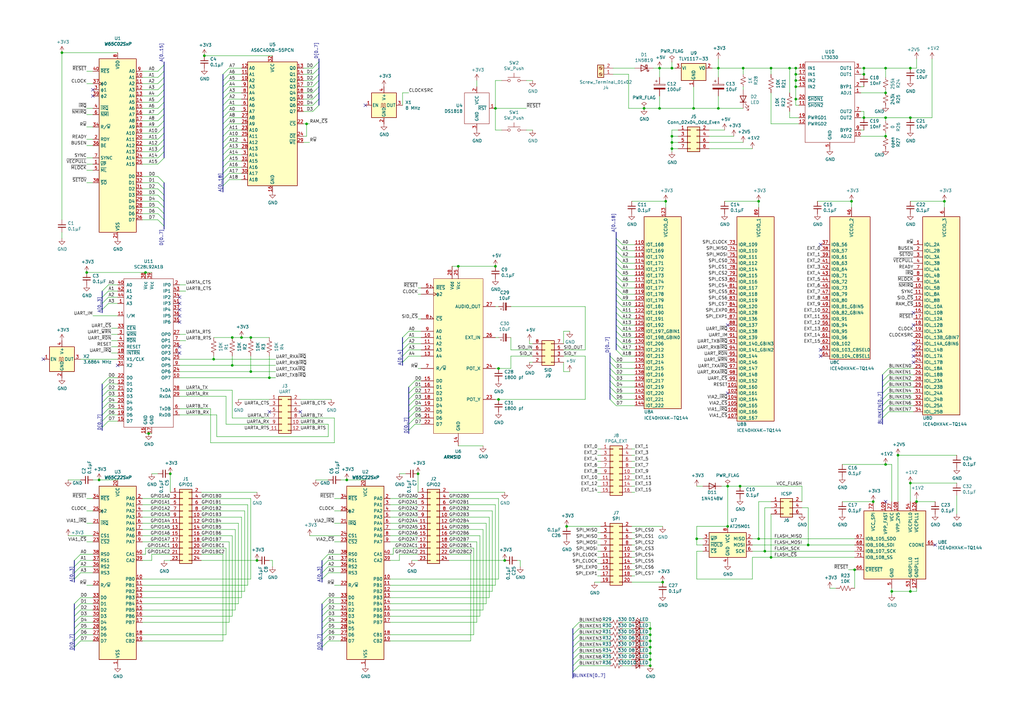
<source format=kicad_sch>
(kicad_sch (version 20230121) (generator eeschema)
  (paper "A3")
  (title_block (title "pda6502v2"))
  (junction (at 275.59 58.42))
  (junction (at 266.7 265.43))
  (junction (at 102.87 152.4))
  (junction (at 275.59 55.88))
  (junction (at 87.63 147.32))
  (junction (at 275.59 27.94))
  (junction (at 105.41 229.87))
  (junction (at 95.25 138.43))
  (junction (at 303.53 199.39))
  (junction (at 349.25 82.55))
  (junction (at 311.15 220.98))
  (junction (at 363.22 48.26))
  (junction (at 373.38 242.57))
  (junction (at 350.52 233.68))
  (junction (at 368.3 186.69))
  (junction (at 40.64 196.85))
  (junction (at 294.64 44.45))
  (junction (at 358.14 205.74))
  (junction (at 294.64 27.94))
  (junction (at 266.7 257.81))
  (junction (at 69.85 194.31))
  (junction (at 313.69 226.06))
  (junction (at 142.24 196.85))
  (junction (at 373.38 27.94))
  (junction (at 275.59 60.96))
  (junction (at 171.45 194.31))
  (junction (at 354.33 48.26))
  (junction (at 270.51 27.94))
  (junction (at 203.2 44.45))
  (junction (at 363.22 190.5))
  (junction (at 187.96 109.22))
  (junction (at 204.47 163.83))
  (junction (at 25.4 21.59))
  (junction (at 266.7 262.89))
  (junction (at 365.76 242.57))
  (junction (at 298.45 199.39))
  (junction (at 326.39 35.56))
  (junction (at 311.15 82.55))
  (junction (at 232.41 215.9))
  (junction (at 204.47 151.13))
  (junction (at 363.22 38.1))
  (junction (at 285.75 220.98))
  (junction (at 270.51 44.45))
  (junction (at 207.01 229.87))
  (junction (at 316.23 228.6))
  (junction (at 304.8 27.94))
  (junction (at 316.23 27.94))
  (junction (at 363.22 55.88))
  (junction (at 110.49 154.94))
  (junction (at 284.48 44.45))
  (junction (at 387.35 82.55))
  (junction (at 125.73 50.8))
  (junction (at 266.7 260.35))
  (junction (at 326.39 33.02))
  (junction (at 273.05 82.55))
  (junction (at 35.56 111.76))
  (junction (at 323.85 27.94))
  (junction (at 266.7 273.05))
  (junction (at 102.87 138.43))
  (junction (at 326.39 40.64))
  (junction (at 326.39 27.94))
  (junction (at 326.39 30.48))
  (junction (at 99.06 138.43))
  (junction (at 375.92 205.74))
  (junction (at 373.38 198.12))
  (junction (at 266.7 267.97))
  (junction (at 331.47 223.52))
  (junction (at 271.78 238.76))
  (junction (at 264.16 44.45))
  (junction (at 373.38 48.26))
  (junction (at 354.33 30.48))
  (junction (at 203.2 109.22))
  (junction (at 95.25 149.86))
  (junction (at 83.82 22.86))
  (junction (at 60.96 177.8))
  (junction (at 354.33 27.94))
  (junction (at 59.69 111.76))
  (junction (at 298.45 215.9))
  (junction (at 363.22 27.94))
  (junction (at 266.7 270.51))
  (no_connect (at 17.78 147.32))
  (no_connect (at 73.66 127))
  (no_connect (at 363.22 205.74))
  (no_connect (at 73.66 129.54))
  (no_connect (at 38.1 36.83))
  (no_connect (at 73.66 124.46))
  (no_connect (at 374.65 128.27))
  (no_connect (at 73.66 121.92))
  (no_connect (at 73.66 144.78))
  (no_connect (at 73.66 142.24))
  (no_connect (at 374.65 133.35))
  (no_connect (at 123.19 168.91))
  (no_connect (at 336.55 143.51))
  (no_connect (at 149.86 43.18))
  (no_connect (at 298.45 133.35))
  (no_connect (at 374.65 143.51))
  (no_connect (at 374.65 148.59))
  (no_connect (at 383.54 223.52))
  (no_connect (at 336.55 100.33))
  (no_connect (at 298.45 161.29))
  (no_connect (at 73.66 132.08))
  (no_connect (at 38.1 39.37))
  (no_connect (at 48.26 149.86))
  (no_connect (at 374.65 146.05))
  (no_connect (at 110.49 168.91))
  (no_connect (at 374.65 140.97))
  (no_connect (at 336.55 146.05))
  (bus_entry (at 167.64 173.99) (size 2.54 -2.54))
  (bus_entry (at 128.27 40.64) (size 2.54 -2.54))
  (bus_entry (at 128.27 27.94) (size 2.54 -2.54))
  (bus_entry (at 132.08 257.81) (size 2.54 -2.54))
  (bus_entry (at 30.48 255.27) (size 2.54 -2.54))
  (bus_entry (at 132.08 247.65) (size 2.54 -2.54))
  (bus_entry (at 64.77 34.29) (size 2.54 -2.54))
  (bus_entry (at 132.08 262.89) (size 2.54 -2.54))
  (bus_entry (at 165.1 138.43) (size 2.54 -2.54))
  (bus_entry (at 91.44 76.2) (size 2.54 -2.54))
  (bus_entry (at 234.95 265.43) (size 2.54 -2.54))
  (bus_entry (at 64.77 59.69) (size 2.54 -2.54))
  (bus_entry (at 250.19 153.67) (size 2.54 2.54))
  (bus_entry (at 67.31 29.21) (size -2.54 2.54))
  (bus_entry (at 252.73 113.03) (size 2.54 2.54))
  (bus_entry (at 234.95 262.89) (size 2.54 -2.54))
  (bus_entry (at 30.48 252.73) (size 2.54 -2.54))
  (bus_entry (at 64.77 64.77) (size 2.54 -2.54))
  (bus_entry (at 30.48 265.43) (size 2.54 -2.54))
  (bus_entry (at 128.27 33.02) (size 2.54 -2.54))
  (bus_entry (at 91.44 63.5) (size 2.54 -2.54))
  (bus_entry (at 30.48 232.41) (size 2.54 -2.54))
  (bus_entry (at 361.95 166.37) (size 2.54 -2.54))
  (bus_entry (at 252.73 97.79) (size 2.54 2.54))
  (bus_entry (at 41.91 175.26) (size 2.54 -2.54))
  (bus_entry (at 64.77 77.47) (size 2.54 2.54))
  (bus_entry (at 252.73 133.35) (size 2.54 2.54))
  (bus_entry (at 132.08 234.95) (size 2.54 -2.54))
  (bus_entry (at 252.73 102.87) (size 2.54 2.54))
  (bus_entry (at 167.64 171.45) (size 2.54 -2.54))
  (bus_entry (at 128.27 38.1) (size 2.54 -2.54))
  (bus_entry (at 132.08 252.73) (size 2.54 -2.54))
  (bus_entry (at 91.44 38.1) (size 2.54 -2.54))
  (bus_entry (at 64.77 39.37) (size 2.54 -2.54))
  (bus_entry (at 41.91 165.1) (size 2.54 -2.54))
  (bus_entry (at 64.77 62.23) (size 2.54 -2.54))
  (bus_entry (at 252.73 105.41) (size 2.54 2.54))
  (bus_entry (at 30.48 260.35) (size 2.54 -2.54))
  (bus_entry (at 91.44 53.34) (size 2.54 -2.54))
  (bus_entry (at 165.1 146.05) (size 2.54 -2.54))
  (bus_entry (at 132.08 260.35) (size 2.54 -2.54))
  (bus_entry (at 128.27 45.72) (size 2.54 -2.54))
  (bus_entry (at 64.77 44.45) (size 2.54 -2.54))
  (bus_entry (at 30.48 250.19) (size 2.54 -2.54))
  (bus_entry (at 361.95 163.83) (size 2.54 -2.54))
  (bus_entry (at 91.44 60.96) (size 2.54 -2.54))
  (bus_entry (at 64.77 52.07) (size 2.54 -2.54))
  (bus_entry (at 252.73 107.95) (size 2.54 2.54))
  (bus_entry (at 64.77 46.99) (size 2.54 -2.54))
  (bus_entry (at 132.08 229.87) (size 2.54 -2.54))
  (bus_entry (at 252.73 115.57) (size 2.54 2.54))
  (bus_entry (at 252.73 135.89) (size 2.54 2.54))
  (bus_entry (at 250.19 146.05) (size 2.54 2.54))
  (bus_entry (at 64.77 82.55) (size 2.54 2.54))
  (bus_entry (at 361.95 171.45) (size 2.54 -2.54))
  (bus_entry (at 91.44 71.12) (size 2.54 -2.54))
  (bus_entry (at 91.44 30.48) (size 2.54 -2.54))
  (bus_entry (at 91.44 43.18) (size 2.54 -2.54))
  (bus_entry (at 64.77 54.61) (size 2.54 -2.54))
  (bus_entry (at 64.77 80.01) (size 2.54 2.54))
  (bus_entry (at 64.77 57.15) (size 2.54 -2.54))
  (bus_entry (at 234.95 270.51) (size 2.54 -2.54))
  (bus_entry (at 91.44 50.8) (size 2.54 -2.54))
  (bus_entry (at 252.73 118.11) (size 2.54 2.54))
  (bus_entry (at 252.73 123.19) (size 2.54 2.54))
  (bus_entry (at 64.77 49.53) (size 2.54 -2.54))
  (bus_entry (at 64.77 85.09) (size 2.54 2.54))
  (bus_entry (at 252.73 143.51) (size 2.54 2.54))
  (bus_entry (at 132.08 232.41) (size 2.54 -2.54))
  (bus_entry (at 30.48 237.49) (size 2.54 -2.54))
  (bus_entry (at 234.95 273.05) (size 2.54 -2.54))
  (bus_entry (at 64.77 90.17) (size 2.54 2.54))
  (bus_entry (at 128.27 43.18) (size 2.54 -2.54))
  (bus_entry (at 252.73 100.33) (size 2.54 2.54))
  (bus_entry (at 250.19 151.13) (size 2.54 2.54))
  (bus_entry (at 167.64 158.75) (size 2.54 -2.54))
  (bus_entry (at 361.95 161.29) (size 2.54 -2.54))
  (bus_entry (at 41.91 170.18) (size 2.54 -2.54))
  (bus_entry (at 91.44 68.58) (size 2.54 -2.54))
  (bus_entry (at 91.44 35.56) (size 2.54 -2.54))
  (bus_entry (at 252.73 128.27) (size 2.54 2.54))
  (bus_entry (at 167.64 146.05) (size -2.54 2.54))
  (bus_entry (at 64.77 41.91) (size 2.54 -2.54))
  (bus_entry (at 64.77 36.83) (size 2.54 -2.54))
  (bus_entry (at 361.95 153.67) (size 2.54 -2.54))
  (bus_entry (at 41.91 167.64) (size 2.54 -2.54))
  (bus_entry (at 64.77 29.21) (size 2.54 -2.54))
  (bus_entry (at 252.73 140.97) (size 2.54 2.54))
  (bus_entry (at 167.64 176.53) (size 2.54 -2.54))
  (bus_entry (at 252.73 120.65) (size 2.54 2.54))
  (bus_entry (at 132.08 265.43) (size 2.54 -2.54))
  (bus_entry (at 250.19 163.83) (size 2.54 2.54))
  (bus_entry (at 41.91 127) (size 2.54 -2.54))
  (bus_entry (at 91.44 58.42) (size 2.54 -2.54))
  (bus_entry (at 167.64 166.37) (size 2.54 -2.54))
  (bus_entry (at 41.91 124.46) (size 2.54 -2.54))
  (bus_entry (at 167.64 168.91) (size 2.54 -2.54))
  (bus_entry (at 252.73 110.49) (size 2.54 2.54))
  (bus_entry (at 165.1 143.51) (size 2.54 -2.54))
  (bus_entry (at 41.91 162.56) (size 2.54 -2.54))
  (bus_entry (at 361.95 168.91) (size 2.54 -2.54))
  (bus_entry (at 64.77 74.93) (size 2.54 2.54))
  (bus_entry (at 132.08 250.19) (size 2.54 -2.54))
  (bus_entry (at 30.48 229.87) (size 2.54 -2.54))
  (bus_entry (at 41.91 172.72) (size 2.54 -2.54))
  (bus_entry (at 252.73 130.81) (size 2.54 2.54))
  (bus_entry (at 41.91 121.92) (size 2.54 -2.54))
  (bus_entry (at 234.95 275.59) (size 2.54 -2.54))
  (bus_entry (at 30.48 262.89) (size 2.54 -2.54))
  (bus_entry (at 234.95 257.81) (size 2.54 -2.54))
  (bus_entry (at 250.19 161.29) (size 2.54 2.54))
  (bus_entry (at 361.95 158.75) (size 2.54 -2.54))
  (bus_entry (at 41.91 119.38) (size 2.54 -2.54))
  (bus_entry (at 91.44 66.04) (size 2.54 -2.54))
  (bus_entry (at 64.77 67.31) (size 2.54 -2.54))
  (bus_entry (at 361.95 156.21) (size 2.54 -2.54))
  (bus_entry (at 167.64 163.83) (size 2.54 -2.54))
  (bus_entry (at 64.77 87.63) (size 2.54 2.54))
  (bus_entry (at 91.44 55.88) (size 2.54 -2.54))
  (bus_entry (at 234.95 267.97) (size 2.54 -2.54))
  (bus_entry (at 91.44 45.72) (size 2.54 -2.54))
  (bus_entry (at 91.44 40.64) (size 2.54 -2.54))
  (bus_entry (at 167.64 161.29) (size 2.54 -2.54))
  (bus_entry (at 30.48 247.65) (size 2.54 -2.54))
  (bus_entry (at 132.08 237.49) (size 2.54 -2.54))
  (bus_entry (at 250.19 158.75) (size 2.54 2.54))
  (bus_entry (at 250.19 156.21) (size 2.54 2.54))
  (bus_entry (at 91.44 48.26) (size 2.54 -2.54))
  (bus_entry (at 234.95 260.35) (size 2.54 -2.54))
  (bus_entry (at 91.44 33.02) (size 2.54 -2.54))
  (bus_entry (at 41.91 160.02) (size 2.54 -2.54))
  (bus_entry (at 41.91 157.48) (size 2.54 -2.54))
  (bus_entry (at 252.73 138.43) (size 2.54 2.54))
  (bus_entry (at 128.27 30.48) (size 2.54 -2.54))
  (bus_entry (at 91.44 73.66) (size 2.54 -2.54))
  (bus_entry (at 250.19 148.59) (size 2.54 2.54))
  (bus_entry (at 165.1 140.97) (size 2.54 -2.54))
  (bus_entry (at 252.73 125.73) (size 2.54 2.54))
  (bus_entry (at 128.27 35.56) (size 2.54 -2.54))
  (bus_entry (at 30.48 234.95) (size 2.54 -2.54))
  (bus_entry (at 64.77 72.39) (size 2.54 2.54))
  (bus_entry (at 132.08 255.27) (size 2.54 -2.54))
  (bus_entry (at 30.48 257.81) (size 2.54 -2.54))
  (wire (pts (xy 58.42 80.01) (xy 64.77 80.01)))
  (wire (pts (xy 323.85 27.94) (xy 326.39 27.94)))
  (wire (pts (xy 313.69 208.28) (xy 316.23 208.28)))
  (wire (pts (xy 294.64 27.94) (xy 294.64 31.75)))
  (wire (pts (xy 58.42 250.19) (xy 96.52 250.19)))
  (wire (pts (xy 160.02 214.63) (xy 171.45 214.63)))
  (wire (pts (xy 95.25 149.86) (xy 95.25 146.05)))
  (bus (pts (xy 67.31 92.71) (xy 67.31 93.98)))
  (wire (pts (xy 275.59 55.88) (xy 275.59 53.34)))
  (wire (pts (xy 59.69 227.33) (xy 58.42 227.33)))
  (wire (pts (xy 326.39 33.02) (xy 326.39 30.48)))
  (bus (pts (xy 165.1 148.59) (xy 165.1 149.86)))
  (wire (pts (xy 134.62 260.35) (xy 139.7 260.35)))
  (bus (pts (xy 132.08 265.43) (xy 132.08 266.7)))
  (bus (pts (xy 67.31 25.4) (xy 67.31 26.67)))
  (wire (pts (xy 25.4 21.59) (xy 25.4 90.17)))
  (wire (pts (xy 259.08 189.23) (xy 260.35 189.23)))
  (wire (pts (xy 218.44 140.97) (xy 217.17 140.97)))
  (wire (pts (xy 311.15 82.55) (xy 311.15 85.09)))
  (wire (pts (xy 99.06 212.09) (xy 82.55 212.09)))
  (wire (pts (xy 252.73 161.29) (xy 260.35 161.29)))
  (wire (pts (xy 245.11 189.23) (xy 246.38 189.23)))
  (wire (pts (xy 102.87 138.43) (xy 110.49 138.43)))
  (wire (pts (xy 99.06 35.56) (xy 93.98 35.56)))
  (wire (pts (xy 134.62 179.07) (xy 134.62 173.99)))
  (bus (pts (xy 165.1 140.97) (xy 165.1 143.51)))
  (wire (pts (xy 331.47 208.28) (xy 331.47 223.52)))
  (bus (pts (xy 67.31 74.93) (xy 67.31 77.47)))
  (bus (pts (xy 130.81 38.1) (xy 130.81 40.64)))
  (bus (pts (xy 132.08 247.65) (xy 132.08 250.19)))
  (bus (pts (xy 91.44 35.56) (xy 91.44 38.1)))
  (bus (pts (xy 67.31 82.55) (xy 67.31 85.09)))
  (wire (pts (xy 62.23 229.87) (xy 62.23 227.33)))
  (wire (pts (xy 313.69 226.06) (xy 350.52 226.06)))
  (bus (pts (xy 361.95 161.29) (xy 361.95 163.83)))
  (bus (pts (xy 167.64 171.45) (xy 167.64 173.99)))
  (wire (pts (xy 217.17 140.97) (xy 217.17 139.7)))
  (wire (pts (xy 245.11 201.93) (xy 246.38 201.93)))
  (wire (pts (xy 198.12 250.19) (xy 198.12 217.17)))
  (bus (pts (xy 67.31 85.09) (xy 67.31 87.63)))
  (wire (pts (xy 255.27 128.27) (xy 260.35 128.27)))
  (wire (pts (xy 252.73 156.21) (xy 260.35 156.21)))
  (bus (pts (xy 132.08 262.89) (xy 132.08 265.43)))
  (wire (pts (xy 209.55 146.05) (xy 218.44 146.05)))
  (wire (pts (xy 93.98 71.12) (xy 99.06 71.12)))
  (wire (pts (xy 245.11 223.52) (xy 246.38 223.52)))
  (wire (pts (xy 374.65 158.75) (xy 364.49 158.75)))
  (wire (pts (xy 353.06 35.56) (xy 354.33 35.56)))
  (wire (pts (xy 213.36 229.87) (xy 213.36 232.41)))
  (wire (pts (xy 374.65 166.37) (xy 364.49 166.37)))
  (wire (pts (xy 326.39 43.18) (xy 326.39 40.64)))
  (wire (pts (xy 134.62 227.33) (xy 139.7 227.33)))
  (wire (pts (xy 184.15 201.93) (xy 207.01 201.93)))
  (bus (pts (xy 252.73 105.41) (xy 252.73 107.95)))
  (wire (pts (xy 123.19 163.83) (xy 135.89 163.83)))
  (wire (pts (xy 245.11 228.6) (xy 246.38 228.6)))
  (wire (pts (xy 93.98 66.04) (xy 99.06 66.04)))
  (wire (pts (xy 193.04 227.33) (xy 184.15 227.33)))
  (bus (pts (xy 91.44 71.12) (xy 91.44 73.66)))
  (wire (pts (xy 259.08 196.85) (xy 260.35 196.85)))
  (wire (pts (xy 100.33 209.55) (xy 82.55 209.55)))
  (bus (pts (xy 91.44 60.96) (xy 91.44 63.5)))
  (wire (pts (xy 170.18 173.99) (xy 172.72 173.99)))
  (bus (pts (xy 165.1 138.43) (xy 165.1 140.97)))
  (wire (pts (xy 58.42 219.71) (xy 69.85 219.71)))
  (wire (pts (xy 73.66 116.84) (xy 76.2 116.84)))
  (wire (pts (xy 59.69 111.76) (xy 35.56 111.76)))
  (wire (pts (xy 58.42 262.89) (xy 91.44 262.89)))
  (wire (pts (xy 134.62 234.95) (xy 139.7 234.95)))
  (wire (pts (xy 160.02 229.87) (xy 163.83 229.87)))
  (wire (pts (xy 252.73 153.67) (xy 260.35 153.67)))
  (wire (pts (xy 134.62 252.73) (xy 139.7 252.73)))
  (wire (pts (xy 203.2 138.43) (xy 204.47 138.43)))
  (wire (pts (xy 58.42 49.53) (xy 64.77 49.53)))
  (wire (pts (xy 374.65 151.13) (xy 364.49 151.13)))
  (bus (pts (xy 30.48 255.27) (xy 30.48 257.81)))
  (wire (pts (xy 87.63 147.32) (xy 113.03 147.32)))
  (bus (pts (xy 91.44 63.5) (xy 91.44 66.04)))
  (wire (pts (xy 231.14 152.4) (xy 233.68 152.4)))
  (wire (pts (xy 392.43 210.82) (xy 392.43 203.2)))
  (bus (pts (xy 91.44 30.48) (xy 91.44 33.02)))
  (wire (pts (xy 259.08 223.52) (xy 260.35 223.52)))
  (wire (pts (xy 96.52 250.19) (xy 96.52 217.17)))
  (bus (pts (xy 132.08 232.41) (xy 132.08 234.95)))
  (wire (pts (xy 95.25 138.43) (xy 99.06 138.43)))
  (bus (pts (xy 41.91 119.38) (xy 41.91 121.92)))
  (wire (pts (xy 323.85 38.1) (xy 323.85 27.94)))
  (wire (pts (xy 255.27 257.81) (xy 259.08 257.81)))
  (wire (pts (xy 58.42 90.17) (xy 64.77 90.17)))
  (wire (pts (xy 350.52 233.68) (xy 350.52 241.3)))
  (wire (pts (xy 298.45 199.39) (xy 303.53 199.39)))
  (bus (pts (xy 67.31 90.17) (xy 67.31 92.71)))
  (wire (pts (xy 187.96 182.88) (xy 198.12 182.88)))
  (wire (pts (xy 363.22 48.26) (xy 373.38 48.26)))
  (bus (pts (xy 41.91 121.92) (xy 41.91 124.46)))
  (wire (pts (xy 170.18 158.75) (xy 172.72 158.75)))
  (wire (pts (xy 33.02 232.41) (xy 38.1 232.41)))
  (bus (pts (xy 132.08 250.19) (xy 132.08 252.73)))
  (wire (pts (xy 124.46 55.88) (xy 125.73 55.88)))
  (wire (pts (xy 328.93 199.39) (xy 328.93 205.74)))
  (wire (pts (xy 110.49 154.94) (xy 113.03 154.94)))
  (bus (pts (xy 67.31 87.63) (xy 67.31 90.17)))
  (wire (pts (xy 86.36 167.64) (xy 86.36 181.61)))
  (wire (pts (xy 139.7 204.47) (xy 137.16 204.47)))
  (wire (pts (xy 44.45 157.48) (xy 48.26 157.48)))
  (wire (pts (xy 382.27 24.13) (xy 382.27 48.26)))
  (wire (pts (xy 354.33 48.26) (xy 363.22 48.26)))
  (wire (pts (xy 134.62 173.99) (xy 123.19 173.99)))
  (bus (pts (xy 67.31 62.23) (xy 67.31 64.77)))
  (wire (pts (xy 160.02 242.57) (xy 201.93 242.57)))
  (wire (pts (xy 294.64 27.94) (xy 304.8 27.94)))
  (wire (pts (xy 58.42 255.27) (xy 93.98 255.27)))
  (wire (pts (xy 316.23 38.1) (xy 316.23 50.8)))
  (bus (pts (xy 361.95 158.75) (xy 361.95 161.29)))
  (wire (pts (xy 313.69 208.28) (xy 313.69 226.06)))
  (wire (pts (xy 327.66 33.02) (xy 326.39 33.02)))
  (bus (pts (xy 132.08 255.27) (xy 132.08 257.81)))
  (bus (pts (xy 132.08 257.81) (xy 132.08 260.35)))
  (wire (pts (xy 209.55 143.51) (xy 218.44 143.51)))
  (wire (pts (xy 373.38 82.55) (xy 387.35 82.55)))
  (wire (pts (xy 35.56 59.69) (xy 38.1 59.69)))
  (wire (pts (xy 101.6 240.03) (xy 101.6 207.01)))
  (bus (pts (xy 41.91 162.56) (xy 41.91 165.1)))
  (wire (pts (xy 353.06 30.48) (xy 354.33 30.48)))
  (wire (pts (xy 170.18 163.83) (xy 172.72 163.83)))
  (wire (pts (xy 358.14 205.74) (xy 345.44 205.74)))
  (wire (pts (xy 160.02 212.09) (xy 171.45 212.09)))
  (wire (pts (xy 27.94 196.85) (xy 33.02 196.85)))
  (wire (pts (xy 255.27 125.73) (xy 260.35 125.73)))
  (wire (pts (xy 73.66 147.32) (xy 87.63 147.32)))
  (bus (pts (xy 67.31 46.99) (xy 67.31 49.53)))
  (bus (pts (xy 67.31 31.75) (xy 67.31 34.29)))
  (wire (pts (xy 209.55 138.43) (xy 209.55 143.51)))
  (wire (pts (xy 99.06 138.43) (xy 102.87 138.43)))
  (wire (pts (xy 48.26 121.92) (xy 44.45 121.92)))
  (wire (pts (xy 102.87 204.47) (xy 82.55 204.47)))
  (wire (pts (xy 259.08 231.14) (xy 260.35 231.14)))
  (wire (pts (xy 187.96 109.22) (xy 203.2 109.22)))
  (wire (pts (xy 203.2 207.01) (xy 184.15 207.01)))
  (wire (pts (xy 38.1 196.85) (xy 40.64 196.85)))
  (wire (pts (xy 62.23 194.31) (xy 64.77 194.31)))
  (wire (pts (xy 328.93 208.28) (xy 331.47 208.28)))
  (wire (pts (xy 264.16 262.89) (xy 266.7 262.89)))
  (wire (pts (xy 96.52 217.17) (xy 82.55 217.17)))
  (wire (pts (xy 160.02 217.17) (xy 171.45 217.17)))
  (bus (pts (xy 130.81 24.13) (xy 130.81 25.4)))
  (wire (pts (xy 58.42 67.31) (xy 64.77 67.31)))
  (wire (pts (xy 284.48 44.45) (xy 294.64 44.45)))
  (wire (pts (xy 240.03 125.73) (xy 240.03 143.51)))
  (wire (pts (xy 245.11 236.22) (xy 246.38 236.22)))
  (wire (pts (xy 245.11 184.15) (xy 246.38 184.15)))
  (wire (pts (xy 124.46 35.56) (xy 128.27 35.56)))
  (bus (pts (xy 91.44 76.2) (xy 91.44 78.74)))
  (wire (pts (xy 99.06 40.64) (xy 93.98 40.64)))
  (wire (pts (xy 44.45 165.1) (xy 48.26 165.1)))
  (wire (pts (xy 285.75 237.49) (xy 308.61 237.49)))
  (wire (pts (xy 203.2 44.45) (xy 203.2 53.34)))
  (wire (pts (xy 163.83 227.33) (xy 171.45 227.33)))
  (wire (pts (xy 58.42 36.83) (xy 64.77 36.83)))
  (wire (pts (xy 160.02 207.01) (xy 171.45 207.01)))
  (bus (pts (xy 234.95 260.35) (xy 234.95 262.89)))
  (wire (pts (xy 58.42 52.07) (xy 64.77 52.07)))
  (wire (pts (xy 259.08 228.6) (xy 260.35 228.6)))
  (wire (pts (xy 327.66 50.8) (xy 316.23 50.8)))
  (wire (pts (xy 73.66 139.7) (xy 76.2 139.7)))
  (bus (pts (xy 165.1 143.51) (xy 165.1 146.05)))
  (wire (pts (xy 97.79 247.65) (xy 97.79 214.63)))
  (bus (pts (xy 250.19 148.59) (xy 250.19 151.13)))
  (wire (pts (xy 245.11 218.44) (xy 246.38 218.44)))
  (bus (pts (xy 91.44 66.04) (xy 91.44 68.58)))
  (wire (pts (xy 62.23 227.33) (xy 69.85 227.33)))
  (wire (pts (xy 373.38 198.12) (xy 392.43 198.12)))
  (wire (pts (xy 48.26 116.84) (xy 44.45 116.84)))
  (wire (pts (xy 311.15 220.98) (xy 350.52 220.98)))
  (wire (pts (xy 58.42 62.23) (xy 64.77 62.23)))
  (wire (pts (xy 266.7 270.51) (xy 266.7 273.05)))
  (bus (pts (xy 91.44 53.34) (xy 91.44 55.88)))
  (bus (pts (xy 165.1 146.05) (xy 165.1 148.59)))
  (bus (pts (xy 67.31 49.53) (xy 67.31 52.07)))
  (wire (pts (xy 35.56 240.03) (xy 38.1 240.03)))
  (wire (pts (xy 38.1 209.55) (xy 35.56 209.55)))
  (wire (pts (xy 266.7 267.97) (xy 266.7 270.51)))
  (wire (pts (xy 259.08 236.22) (xy 260.35 236.22)))
  (wire (pts (xy 365.76 205.74) (xy 365.76 190.5)))
  (wire (pts (xy 160.02 227.33) (xy 161.29 227.33)))
  (bus (pts (xy 91.44 50.8) (xy 91.44 53.34)))
  (wire (pts (xy 170.18 161.29) (xy 172.72 161.29)))
  (bus (pts (xy 30.48 234.95) (xy 30.48 237.49)))
  (wire (pts (xy 250.19 257.81) (xy 237.49 257.81)))
  (wire (pts (xy 354.33 30.48) (xy 354.33 27.94)))
  (wire (pts (xy 260.35 27.94) (xy 251.46 27.94)))
  (bus (pts (xy 30.48 257.81) (xy 30.48 260.35)))
  (wire (pts (xy 33.02 229.87) (xy 38.1 229.87)))
  (wire (pts (xy 275.59 58.42) (xy 275.59 55.88)))
  (wire (pts (xy 160.02 219.71) (xy 171.45 219.71)))
  (bus (pts (xy 30.48 237.49) (xy 30.48 238.76)))
  (wire (pts (xy 316.23 210.82) (xy 316.23 228.6)))
  (wire (pts (xy 172.72 135.89) (xy 167.64 135.89)))
  (wire (pts (xy 25.4 95.25) (xy 25.4 97.79)))
  (wire (pts (xy 273.05 82.55) (xy 273.05 85.09)))
  (wire (pts (xy 275.59 62.23) (xy 275.59 60.96)))
  (wire (pts (xy 139.7 222.25) (xy 137.16 222.25)))
  (wire (pts (xy 374.65 161.29) (xy 364.49 161.29)))
  (wire (pts (xy 171.45 120.65) (xy 172.72 120.65)))
  (wire (pts (xy 99.06 30.48) (xy 93.98 30.48)))
  (wire (pts (xy 111.76 229.87) (xy 111.76 232.41)))
  (bus (pts (xy 41.91 170.18) (xy 41.91 172.72)))
  (bus (pts (xy 252.73 135.89) (xy 252.73 138.43)))
  (wire (pts (xy 99.06 50.8) (xy 93.98 50.8)))
  (wire (pts (xy 259.08 184.15) (xy 260.35 184.15)))
  (wire (pts (xy 170.18 168.91) (xy 172.72 168.91)))
  (wire (pts (xy 308.61 223.52) (xy 331.47 223.52)))
  (wire (pts (xy 264.16 260.35) (xy 266.7 260.35)))
  (wire (pts (xy 44.45 170.18) (xy 48.26 170.18)))
  (wire (pts (xy 195.58 222.25) (xy 184.15 222.25)))
  (wire (pts (xy 327.66 43.18) (xy 326.39 43.18)))
  (wire (pts (xy 160.02 222.25) (xy 171.45 222.25)))
  (wire (pts (xy 252.73 148.59) (xy 260.35 148.59)))
  (wire (pts (xy 99.06 48.26) (xy 93.98 48.26)))
  (wire (pts (xy 245.11 194.31) (xy 246.38 194.31)))
  (bus (pts (xy 250.19 156.21) (xy 250.19 158.75)))
  (wire (pts (xy 245.11 199.39) (xy 246.38 199.39)))
  (wire (pts (xy 58.42 59.69) (xy 64.77 59.69)))
  (bus (pts (xy 252.73 120.65) (xy 252.73 123.19)))
  (bus (pts (xy 30.48 229.87) (xy 30.48 232.41)))
  (wire (pts (xy 99.06 55.88) (xy 93.98 55.88)))
  (wire (pts (xy 275.59 60.96) (xy 275.59 58.42)))
  (wire (pts (xy 95.25 149.86) (xy 113.03 149.86)))
  (wire (pts (xy 374.65 153.67) (xy 364.49 153.67)))
  (wire (pts (xy 259.08 82.55) (xy 273.05 82.55)))
  (wire (pts (xy 93.98 222.25) (xy 82.55 222.25)))
  (wire (pts (xy 58.42 44.45) (xy 64.77 44.45)))
  (wire (pts (xy 134.62 250.19) (xy 139.7 250.19)))
  (wire (pts (xy 38.1 64.77) (xy 35.56 64.77)))
  (wire (pts (xy 285.75 226.06) (xy 285.75 237.49)))
  (wire (pts (xy 203.2 44.45) (xy 215.9 44.45)))
  (wire (pts (xy 373.38 48.26) (xy 382.27 48.26)))
  (wire (pts (xy 203.2 33.02) (xy 203.2 44.45)))
  (bus (pts (xy 67.31 29.21) (xy 67.31 31.75)))
  (wire (pts (xy 168.91 229.87) (xy 171.45 229.87)))
  (wire (pts (xy 374.65 156.21) (xy 364.49 156.21)))
  (wire (pts (xy 327.66 27.94) (xy 326.39 27.94)))
  (wire (pts (xy 308.61 226.06) (xy 313.69 226.06)))
  (wire (pts (xy 311.15 205.74) (xy 311.15 220.98)))
  (wire (pts (xy 250.19 267.97) (xy 237.49 267.97)))
  (wire (pts (xy 48.26 137.16) (xy 45.72 137.16)))
  (wire (pts (xy 275.59 58.42) (xy 278.13 58.42)))
  (bus (pts (xy 234.95 273.05) (xy 234.95 275.59)))
  (wire (pts (xy 73.66 160.02) (xy 95.25 160.02)))
  (wire (pts (xy 58.42 214.63) (xy 69.85 214.63)))
  (wire (pts (xy 124.46 58.42) (xy 127 58.42)))
  (wire (pts (xy 199.39 247.65) (xy 199.39 214.63)))
  (wire (pts (xy 134.62 255.27) (xy 139.7 255.27)))
  (bus (pts (xy 132.08 237.49) (xy 132.08 238.76)))
  (wire (pts (xy 295.91 199.39) (xy 298.45 199.39)))
  (wire (pts (xy 255.27 102.87) (xy 260.35 102.87)))
  (wire (pts (xy 59.69 224.79) (xy 69.85 224.79)))
  (wire (pts (xy 304.8 35.56) (xy 304.8 36.83)))
  (wire (pts (xy 290.83 60.96) (xy 308.61 60.96)))
  (wire (pts (xy 170.18 156.21) (xy 172.72 156.21)))
  (wire (pts (xy 308.61 237.49) (xy 308.61 228.6)))
  (wire (pts (xy 373.38 241.3) (xy 373.38 242.57)))
  (bus (pts (xy 132.08 234.95) (xy 132.08 237.49)))
  (wire (pts (xy 111.76 22.86) (xy 83.82 22.86)))
  (wire (pts (xy 100.33 242.57) (xy 100.33 209.55)))
  (wire (pts (xy 73.66 152.4) (xy 102.87 152.4)))
  (wire (pts (xy 294.64 24.13) (xy 294.64 27.94)))
  (bus (pts (xy 250.19 151.13) (xy 250.19 153.67)))
  (wire (pts (xy 218.44 148.59) (xy 217.17 148.59)))
  (bus (pts (xy 91.44 38.1) (xy 91.44 40.64)))
  (wire (pts (xy 203.2 163.83) (xy 204.47 163.83)))
  (bus (pts (xy 167.64 161.29) (xy 167.64 163.83)))
  (wire (pts (xy 245.11 191.77) (xy 246.38 191.77)))
  (bus (pts (xy 91.44 40.64) (xy 91.44 43.18)))
  (wire (pts (xy 275.59 25.4) (xy 275.59 27.94)))
  (bus (pts (xy 30.48 262.89) (xy 30.48 265.43)))
  (wire (pts (xy 266.7 265.43) (xy 266.7 267.97)))
  (wire (pts (xy 59.69 111.76) (xy 62.23 111.76)))
  (bus (pts (xy 132.08 229.87) (xy 132.08 232.41)))
  (wire (pts (xy 184.15 229.87) (xy 207.01 229.87)))
  (wire (pts (xy 252.73 166.37) (xy 260.35 166.37)))
  (wire (pts (xy 246.38 215.9) (xy 232.41 215.9)))
  (wire (pts (xy 73.66 167.64) (xy 86.36 167.64)))
  (wire (pts (xy 231.14 140.97) (xy 231.14 135.89)))
  (wire (pts (xy 290.83 58.42) (xy 304.8 58.42)))
  (bus (pts (xy 250.19 146.05) (xy 250.19 148.59)))
  (wire (pts (xy 196.85 219.71) (xy 184.15 219.71)))
  (bus (pts (xy 41.91 127) (xy 41.91 128.27)))
  (wire (pts (xy 134.62 245.11) (xy 139.7 245.11)))
  (wire (pts (xy 139.7 219.71) (xy 127 219.71)))
  (wire (pts (xy 204.47 204.47) (xy 184.15 204.47)))
  (wire (pts (xy 270.51 27.94) (xy 270.51 31.75)))
  (wire (pts (xy 368.3 186.69) (xy 392.43 186.69)))
  (wire (pts (xy 33.02 252.73) (xy 38.1 252.73)))
  (wire (pts (xy 58.42 85.09) (xy 64.77 85.09)))
  (wire (pts (xy 270.51 27.94) (xy 275.59 27.94)))
  (wire (pts (xy 331.47 223.52) (xy 350.52 223.52)))
  (wire (pts (xy 195.58 33.02) (xy 195.58 35.56)))
  (wire (pts (xy 33.02 245.11) (xy 38.1 245.11)))
  (wire (pts (xy 58.42 252.73) (xy 95.25 252.73)))
  (bus (pts (xy 234.95 262.89) (xy 234.95 265.43)))
  (wire (pts (xy 255.27 105.41) (xy 260.35 105.41)))
  (wire (pts (xy 170.18 171.45) (xy 172.72 171.45)))
  (wire (pts (xy 365.76 242.57) (xy 365.76 243.84)))
  (wire (pts (xy 275.59 53.34) (xy 278.13 53.34)))
  (wire (pts (xy 44.45 154.94) (xy 48.26 154.94)))
  (wire (pts (xy 58.42 39.37) (xy 64.77 39.37)))
  (wire (pts (xy 134.62 257.81) (xy 139.7 257.81)))
  (wire (pts (xy 245.11 231.14) (xy 246.38 231.14)))
  (bus (pts (xy 252.73 118.11) (xy 252.73 120.65)))
  (wire (pts (xy 172.72 143.51) (xy 167.64 143.51)))
  (wire (pts (xy 267.97 27.94) (xy 270.51 27.94)))
  (bus (pts (xy 67.31 54.61) (xy 67.31 57.15)))
  (wire (pts (xy 255.27 123.19) (xy 260.35 123.19)))
  (wire (pts (xy 326.39 35.56) (xy 326.39 33.02)))
  (bus (pts (xy 30.48 232.41) (xy 30.48 234.95)))
  (wire (pts (xy 93.98 73.66) (xy 99.06 73.66)))
  (wire (pts (xy 58.42 240.03) (xy 101.6 240.03)))
  (wire (pts (xy 255.27 138.43) (xy 260.35 138.43)))
  (wire (pts (xy 255.27 270.51) (xy 259.08 270.51)))
  (bus (pts (xy 234.95 267.97) (xy 234.95 270.51)))
  (wire (pts (xy 35.56 204.47) (xy 38.1 204.47)))
  (bus (pts (xy 167.64 168.91) (xy 167.64 171.45)))
  (wire (pts (xy 255.27 133.35) (xy 260.35 133.35)))
  (wire (pts (xy 82.55 201.93) (xy 105.41 201.93)))
  (wire (pts (xy 245.11 226.06) (xy 246.38 226.06)))
  (wire (pts (xy 365.76 241.3) (xy 365.76 242.57)))
  (wire (pts (xy 58.42 209.55) (xy 69.85 209.55)))
  (wire (pts (xy 99.06 27.94) (xy 93.98 27.94)))
  (bus (pts (xy 91.44 43.18) (xy 91.44 45.72)))
  (wire (pts (xy 264.16 255.27) (xy 266.7 255.27)))
  (wire (pts (xy 375.92 241.3) (xy 375.92 242.57)))
  (wire (pts (xy 125.73 55.88) (xy 125.73 50.8)))
  (bus (pts (xy 252.73 110.49) (xy 252.73 113.03)))
  (wire (pts (xy 387.35 82.55) (xy 387.35 85.09)))
  (bus (pts (xy 361.95 171.45) (xy 361.95 173.99)))
  (wire (pts (xy 160.02 255.27) (xy 195.58 255.27)))
  (bus (pts (xy 252.73 125.73) (xy 252.73 128.27)))
  (bus (pts (xy 361.95 166.37) (xy 361.95 168.91)))
  (wire (pts (xy 160.02 237.49) (xy 204.47 237.49)))
  (wire (pts (xy 73.66 119.38) (xy 76.2 119.38)))
  (wire (pts (xy 58.42 82.55) (xy 64.77 82.55)))
  (bus (pts (xy 30.48 265.43) (xy 30.48 266.7)))
  (bus (pts (xy 167.64 173.99) (xy 167.64 176.53)))
  (bus (pts (xy 91.44 55.88) (xy 91.44 58.42)))
  (wire (pts (xy 160.02 250.19) (xy 198.12 250.19)))
  (wire (pts (xy 27.94 219.71) (xy 38.1 219.71)))
  (bus (pts (xy 130.81 35.56) (xy 130.81 38.1)))
  (wire (pts (xy 58.42 212.09) (xy 69.85 212.09)))
  (wire (pts (xy 255.27 255.27) (xy 259.08 255.27)))
  (wire (pts (xy 172.72 140.97) (xy 167.64 140.97)))
  (bus (pts (xy 130.81 40.64) (xy 130.81 43.18)))
  (wire (pts (xy 270.51 39.37) (xy 270.51 44.45)))
  (bus (pts (xy 132.08 260.35) (xy 132.08 262.89)))
  (bus (pts (xy 41.91 124.46) (xy 41.91 127)))
  (bus (pts (xy 91.44 68.58) (xy 91.44 71.12)))
  (bus (pts (xy 41.91 167.64) (xy 41.91 170.18)))
  (wire (pts (xy 252.73 158.75) (xy 260.35 158.75)))
  (wire (pts (xy 285.75 226.06) (xy 288.29 226.06)))
  (bus (pts (xy 361.95 153.67) (xy 361.95 156.21)))
  (wire (pts (xy 252.73 163.83) (xy 260.35 163.83)))
  (wire (pts (xy 58.42 74.93) (xy 64.77 74.93)))
  (wire (pts (xy 285.75 220.98) (xy 285.75 215.9)))
  (wire (pts (xy 298.45 215.9) (xy 285.75 215.9)))
  (wire (pts (xy 203.2 125.73) (xy 204.47 125.73)))
  (bus (pts (xy 252.73 113.03) (xy 252.73 115.57)))
  (wire (pts (xy 95.25 171.45) (xy 110.49 171.45)))
  (bus (pts (xy 361.95 168.91) (xy 361.95 171.45)))
  (bus (pts (xy 30.48 252.73) (xy 30.48 255.27)))
  (wire (pts (xy 110.49 229.87) (xy 111.76 229.87)))
  (wire (pts (xy 203.2 53.34) (xy 205.74 53.34)))
  (bus (pts (xy 91.44 73.66) (xy 91.44 76.2)))
  (wire (pts (xy 99.06 43.18) (xy 93.98 43.18)))
  (wire (pts (xy 99.06 53.34) (xy 93.98 53.34)))
  (wire (pts (xy 165.1 43.18) (xy 165.1 38.1)))
  (wire (pts (xy 95.25 252.73) (xy 95.25 219.71)))
  (wire (pts (xy 240.03 146.05) (xy 240.03 163.83)))
  (wire (pts (xy 92.71 224.79) (xy 82.55 224.79)))
  (bus (pts (xy 167.64 176.53) (xy 167.64 177.8)))
  (bus (pts (xy 252.73 133.35) (xy 252.73 135.89)))
  (wire (pts (xy 137.16 181.61) (xy 137.16 171.45)))
  (wire (pts (xy 250.19 273.05) (xy 237.49 273.05)))
  (wire (pts (xy 285.75 199.39) (xy 288.29 199.39)))
  (wire (pts (xy 255.27 140.97) (xy 260.35 140.97)))
  (wire (pts (xy 124.46 43.18) (xy 128.27 43.18)))
  (wire (pts (xy 303.53 199.39) (xy 328.93 199.39)))
  (wire (pts (xy 35.56 34.29) (xy 38.1 34.29)))
  (wire (pts (xy 285.75 223.52) (xy 288.29 223.52)))
  (wire (pts (xy 316.23 30.48) (xy 316.23 27.94)))
  (wire (pts (xy 264.16 257.81) (xy 266.7 257.81)))
  (wire (pts (xy 353.06 27.94) (xy 354.33 27.94)))
  (bus (pts (xy 252.73 128.27) (xy 252.73 130.81)))
  (bus (pts (xy 130.81 27.94) (xy 130.81 30.48)))
  (wire (pts (xy 373.38 205.74) (xy 373.38 198.12)))
  (wire (pts (xy 58.42 217.17) (xy 69.85 217.17)))
  (bus (pts (xy 91.44 33.02) (xy 91.44 35.56)))
  (wire (pts (xy 59.69 224.79) (xy 59.69 227.33)))
  (wire (pts (xy 33.02 227.33) (xy 38.1 227.33)))
  (wire (pts (xy 139.7 214.63) (xy 137.16 214.63)))
  (wire (pts (xy 255.27 107.95) (xy 260.35 107.95)))
  (wire (pts (xy 243.84 238.76) (xy 246.38 238.76)))
  (wire (pts (xy 375.92 24.13) (xy 375.92 27.94)))
  (wire (pts (xy 48.26 134.62) (xy 45.72 134.62)))
  (wire (pts (xy 373.38 27.94) (xy 375.92 27.94)))
  (wire (pts (xy 58.42 57.15) (xy 64.77 57.15)))
  (bus (pts (xy 67.31 57.15) (xy 67.31 59.69)))
  (wire (pts (xy 259.08 194.31) (xy 260.35 194.31)))
  (wire (pts (xy 58.42 54.61) (xy 64.77 54.61)))
  (wire (pts (xy 375.92 205.74) (xy 375.92 204.47)))
  (wire (pts (xy 93.98 255.27) (xy 93.98 222.25)))
  (wire (pts (xy 201.93 242.57) (xy 201.93 209.55)))
  (wire (pts (xy 97.79 214.63) (xy 82.55 214.63)))
  (wire (pts (xy 275.59 55.88) (xy 278.13 55.88)))
  (wire (pts (xy 198.12 217.17) (xy 184.15 217.17)))
  (bus (pts (xy 252.73 97.79) (xy 252.73 100.33)))
  (wire (pts (xy 212.09 229.87) (xy 213.36 229.87)))
  (wire (pts (xy 231.14 135.89) (xy 233.68 135.89)))
  (wire (pts (xy 240.03 143.51) (xy 231.14 143.51)))
  (wire (pts (xy 194.31 260.35) (xy 194.31 224.79)))
  (bus (pts (xy 250.19 161.29) (xy 250.19 163.83)))
  (wire (pts (xy 308.61 220.98) (xy 311.15 220.98)))
  (wire (pts (xy 38.1 67.31) (xy 35.56 67.31)))
  (wire (pts (xy 35.56 29.21) (xy 38.1 29.21)))
  (wire (pts (xy 294.64 44.45) (xy 294.64 39.37)))
  (wire (pts (xy 316.23 27.94) (xy 323.85 27.94)))
  (wire (pts (xy 193.04 262.89) (xy 193.04 227.33)))
  (bus (pts (xy 250.19 158.75) (xy 250.19 161.29)))
  (wire (pts (xy 48.26 124.46) (xy 44.45 124.46)))
  (wire (pts (xy 316.23 228.6) (xy 350.52 228.6)))
  (bus (pts (xy 252.73 130.81) (xy 252.73 133.35)))
  (wire (pts (xy 363.22 54.61) (xy 363.22 55.88)))
  (wire (pts (xy 134.62 232.41) (xy 139.7 232.41)))
  (wire (pts (xy 58.42 77.47) (xy 64.77 77.47)))
  (wire (pts (xy 160.02 204.47) (xy 171.45 204.47)))
  (wire (pts (xy 99.06 63.5) (xy 93.98 63.5)))
  (wire (pts (xy 67.31 229.87) (xy 69.85 229.87)))
  (wire (pts (xy 203.2 151.13) (xy 204.47 151.13)))
  (wire (pts (xy 91.44 227.33) (xy 82.55 227.33)))
  (bus (pts (xy 67.31 34.29) (xy 67.31 36.83)))
  (wire (pts (xy 58.42 204.47) (xy 69.85 204.47)))
  (wire (pts (xy 275.59 60.96) (xy 278.13 60.96)))
  (wire (pts (xy 60.96 177.8) (xy 62.23 177.8)))
  (wire (pts (xy 91.44 262.89) (xy 91.44 227.33)))
  (wire (pts (xy 165.1 38.1) (xy 167.64 38.1)))
  (wire (pts (xy 44.45 162.56) (xy 48.26 162.56)))
  (wire (pts (xy 368.3 205.74) (xy 368.3 186.69)))
  (wire (pts (xy 48.26 21.59) (xy 25.4 21.59)))
  (wire (pts (xy 285.75 220.98) (xy 288.29 220.98)))
  (wire (pts (xy 161.29 224.79) (xy 171.45 224.79)))
  (wire (pts (xy 125.73 50.8) (xy 127 50.8)))
  (wire (pts (xy 40.64 196.85) (xy 48.26 196.85)))
  (bus (pts (xy 91.44 45.72) (xy 91.44 48.26)))
  (wire (pts (xy 231.14 146.05) (xy 240.03 146.05)))
  (wire (pts (xy 353.06 48.26) (xy 354.33 48.26)))
  (bus (pts (xy 252.73 102.87) (xy 252.73 105.41)))
  (wire (pts (xy 323.85 48.26) (xy 323.85 45.72)))
  (wire (pts (xy 335.28 82.55) (xy 349.25 82.55)))
  (wire (pts (xy 215.9 53.34) (xy 218.44 53.34)))
  (bus (pts (xy 252.73 115.57) (xy 252.73 118.11)))
  (bus (pts (xy 167.64 158.75) (xy 167.64 161.29)))
  (bus (pts (xy 67.31 26.67) (xy 67.31 29.21)))
  (wire (pts (xy 201.93 209.55) (xy 184.15 209.55)))
  (wire (pts (xy 58.42 34.29) (xy 64.77 34.29)))
  (wire (pts (xy 264.16 273.05) (xy 266.7 273.05)))
  (wire (pts (xy 92.71 162.56) (xy 92.71 173.99)))
  (wire (pts (xy 171.45 151.13) (xy 172.72 151.13)))
  (wire (pts (xy 252.73 151.13) (xy 260.35 151.13)))
  (wire (pts (xy 270.51 44.45) (xy 284.48 44.45)))
  (wire (pts (xy 255.27 135.89) (xy 260.35 135.89)))
  (wire (pts (xy 58.42 72.39) (xy 64.77 72.39)))
  (wire (pts (xy 58.42 222.25) (xy 69.85 222.25)))
  (wire (pts (xy 284.48 35.56) (xy 284.48 44.45)))
  (wire (pts (xy 48.26 119.38) (xy 44.45 119.38)))
  (wire (pts (xy 209.55 125.73) (xy 240.03 125.73)))
  (bus (pts (xy 67.31 36.83) (xy 67.31 39.37)))
  (wire (pts (xy 245.11 186.69) (xy 246.38 186.69)))
  (wire (pts (xy 200.66 245.11) (xy 200.66 212.09)))
  (wire (pts (xy 33.02 234.95) (xy 38.1 234.95)))
  (wire (pts (xy 304.8 27.94) (xy 316.23 27.94)))
  (wire (pts (xy 196.85 252.73) (xy 196.85 219.71)))
  (wire (pts (xy 137.16 171.45) (xy 123.19 171.45)))
  (wire (pts (xy 170.18 166.37) (xy 172.72 166.37)))
  (wire (pts (xy 172.72 130.81) (xy 171.45 130.81)))
  (wire (pts (xy 58.42 29.21) (xy 64.77 29.21)))
  (bus (pts (xy 67.31 41.91) (xy 67.31 44.45)))
  (wire (pts (xy 353.06 53.34) (xy 354.33 53.34)))
  (bus (pts (xy 30.48 260.35) (xy 30.48 262.89)))
  (wire (pts (xy 255.27 143.51) (xy 260.35 143.51)))
  (wire (pts (xy 373.38 242.57) (xy 365.76 242.57)))
  (wire (pts (xy 110.49 154.94) (xy 110.49 146.05)))
  (wire (pts (xy 350.52 233.68) (xy 347.98 233.68)))
  (wire (pts (xy 124.46 38.1) (xy 128.27 38.1)))
  (wire (pts (xy 255.27 262.89) (xy 259.08 262.89)))
  (wire (pts (xy 257.81 44.45) (xy 264.16 44.45)))
  (wire (pts (xy 354.33 45.72) (xy 354.33 48.26)))
  (wire (pts (xy 73.66 170.18) (xy 88.9 170.18)))
  (wire (pts (xy 92.71 260.35) (xy 92.71 224.79)))
  (bus (pts (xy 234.95 275.59) (xy 234.95 278.13)))
  (wire (pts (xy 134.62 247.65) (xy 139.7 247.65)))
  (wire (pts (xy 298.45 199.39) (xy 298.45 215.9)))
  (wire (pts (xy 124.46 50.8) (xy 125.73 50.8)))
  (wire (pts (xy 264.16 44.45) (xy 270.51 44.45)))
  (wire (pts (xy 245.11 196.85) (xy 246.38 196.85)))
  (wire (pts (xy 99.06 45.72) (xy 93.98 45.72)))
  (wire (pts (xy 374.65 168.91) (xy 364.49 168.91)))
  (wire (pts (xy 163.83 194.31) (xy 166.37 194.31)))
  (wire (pts (xy 326.39 40.64) (xy 327.66 40.64)))
  (wire (pts (xy 161.29 227.33) (xy 161.29 224.79)))
  (wire (pts (xy 59.69 177.8) (xy 60.96 177.8)))
  (wire (pts (xy 327.66 30.48) (xy 326.39 30.48)))
  (wire (pts (xy 326.39 30.48) (xy 326.39 27.94)))
  (wire (pts (xy 73.66 149.86) (xy 95.25 149.86)))
  (wire (pts (xy 308.61 228.6) (xy 316.23 228.6)))
  (wire (pts (xy 73.66 137.16) (xy 76.2 137.16)))
  (wire (pts (xy 88.9 170.18) (xy 88.9 179.07)))
  (wire (pts (xy 99.06 245.11) (xy 99.06 212.09)))
  (wire (pts (xy 255.27 113.03) (xy 260.35 113.03)))
  (wire (pts (xy 199.39 214.63) (xy 184.15 214.63)))
  (bus (pts (xy 250.19 144.78) (xy 250.19 146.05)))
  (wire (pts (xy 375.92 242.57) (xy 373.38 242.57)))
  (wire (pts (xy 160.02 262.89) (xy 193.04 262.89)))
  (wire (pts (xy 99.06 60.96) (xy 93.98 60.96)))
  (wire (pts (xy 304.8 27.94) (xy 304.8 30.48)))
  (wire (pts (xy 93.98 68.58) (xy 99.06 68.58)))
  (wire (pts (xy 58.42 260.35) (xy 92.71 260.35)))
  (wire (pts (xy 266.7 262.89) (xy 266.7 265.43)))
  (wire (pts (xy 99.06 33.02) (xy 93.98 33.02)))
  (bus (pts (xy 361.95 163.83) (xy 361.95 166.37)))
  (bus (pts (xy 130.81 25.4) (xy 130.81 27.94)))
  (wire (pts (xy 292.1 27.94) (xy 294.64 27.94)))
  (wire (pts (xy 259.08 186.69) (xy 260.35 186.69)))
  (wire (pts (xy 73.66 154.94) (xy 110.49 154.94)))
  (wire (pts (xy 73.66 162.56) (xy 92.71 162.56)))
  (wire (pts (xy 250.19 255.27) (xy 237.49 255.27)))
  (wire (pts (xy 255.27 260.35) (xy 259.08 260.35)))
  (wire (pts (xy 290.83 55.88) (xy 300.99 55.88)))
  (wire (pts (xy 35.56 57.15) (xy 38.1 57.15)))
  (wire (pts (xy 87.63 147.32) (xy 87.63 146.05)))
  (wire (pts (xy 349.25 82.55) (xy 349.25 85.09)))
  (wire (pts (xy 353.06 38.1) (xy 363.22 38.1)))
  (wire (pts (xy 160.02 247.65) (xy 199.39 247.65)))
  (wire (pts (xy 33.02 147.32) (xy 48.26 147.32)))
  (wire (pts (xy 255.27 273.05) (xy 259.08 273.05)))
  (wire (pts (xy 209.55 151.13) (xy 209.55 146.05)))
  (wire (pts (xy 363.22 27.94) (xy 363.22 31.75)))
  (wire (pts (xy 195.58 255.27) (xy 195.58 222.25)))
  (wire (pts (xy 255.27 110.49) (xy 260.35 110.49)))
  (bus (pts (xy 30.48 247.65) (xy 30.48 250.19)))
  (wire (pts (xy 290.83 53.34) (xy 297.18 53.34)))
  (wire (pts (xy 259.08 226.06) (xy 260.35 226.06)))
  (wire (pts (xy 38.1 74.93) (xy 35.56 74.93)))
  (wire (pts (xy 259.08 220.98) (xy 260.35 220.98)))
  (wire (pts (xy 44.45 172.72) (xy 48.26 172.72)))
  (wire (pts (xy 102.87 237.49) (xy 102.87 204.47)))
  (wire (pts (xy 58.42 41.91) (xy 64.77 41.91)))
  (wire (pts (xy 266.7 257.81) (xy 266.7 260.35)))
  (bus (pts (xy 41.91 175.26) (xy 41.91 176.53)))
  (bus (pts (xy 167.64 166.37) (xy 167.64 168.91)))
  (wire (pts (xy 311.15 205.74) (xy 316.23 205.74)))
  (wire (pts (xy 363.22 36.83) (xy 363.22 38.1)))
  (wire (pts (xy 124.46 45.72) (xy 128.27 45.72)))
  (bus (pts (xy 67.31 77.47) (xy 67.31 80.01)))
  (wire (pts (xy 142.24 196.85) (xy 149.86 196.85)))
  (wire (pts (xy 264.16 267.97) (xy 266.7 267.97)))
  (wire (pts (xy 264.16 270.51) (xy 266.7 270.51)))
  (bus (pts (xy 250.19 153.67) (xy 250.19 156.21)))
  (wire (pts (xy 124.46 30.48) (xy 128.27 30.48)))
  (wire (pts (xy 255.27 146.05) (xy 260.35 146.05)))
  (wire (pts (xy 58.42 46.99) (xy 64.77 46.99)))
  (wire (pts (xy 33.02 250.19) (xy 38.1 250.19)))
  (wire (pts (xy 58.42 245.11) (xy 99.06 245.11)))
  (bus (pts (xy 41.91 172.72) (xy 41.91 175.26)))
  (bus (pts (xy 234.95 270.51) (xy 234.95 273.05)))
  (wire (pts (xy 160.02 245.11) (xy 200.66 245.11)))
  (wire (pts (xy 58.42 31.75) (xy 64.77 31.75)))
  (wire (pts (xy 200.66 212.09) (xy 184.15 212.09)))
  (wire (pts (xy 375.92 205.74) (xy 383.54 205.74)))
  (wire (pts (xy 264.16 265.43) (xy 266.7 265.43)))
  (wire (pts (xy 58.42 242.57) (xy 100.33 242.57)))
  (wire (pts (xy 203.2 240.03) (xy 203.2 207.01)))
  (wire (pts (xy 139.7 196.85) (xy 142.24 196.85)))
  (bus (pts (xy 252.73 100.33) (xy 252.73 102.87)))
  (wire (pts (xy 160.02 240.03) (xy 203.2 240.03)))
  (wire (pts (xy 365.76 190.5) (xy 363.22 190.5)))
  (bus (pts (xy 234.95 265.43) (xy 234.95 267.97)))
  (wire (pts (xy 102.87 152.4) (xy 113.03 152.4)))
  (wire (pts (xy 326.39 40.64) (xy 326.39 35.56)))
  (wire (pts (xy 134.62 262.89) (xy 139.7 262.89)))
  (wire (pts (xy 58.42 207.01) (xy 69.85 207.01)))
  (wire (pts (xy 250.19 265.43) (xy 237.49 265.43)))
  (wire (pts (xy 255.27 118.11) (xy 260.35 118.11)))
  (bus (pts (xy 67.31 80.01) (xy 67.31 82.55)))
  (wire (pts (xy 171.45 118.11) (xy 172.72 118.11)))
  (wire (pts (xy 204.47 163.83) (xy 240.03 163.83)))
  (wire (pts (xy 363.22 27.94) (xy 373.38 27.94)))
  (bus (pts (xy 41.91 160.02) (xy 41.91 162.56)))
  (bus (pts (xy 67.31 59.69) (xy 67.31 62.23)))
  (wire (pts (xy 44.45 160.02) (xy 48.26 160.02)))
  (wire (pts (xy 203.2 33.02) (xy 205.74 33.02)))
  (wire (pts (xy 297.18 82.55) (xy 311.15 82.55)))
  (wire (pts (xy 374.65 163.83) (xy 364.49 163.83)))
  (wire (pts (xy 259.08 199.39) (xy 260.35 199.39)))
  (bus (pts (xy 30.48 250.19) (xy 30.48 252.73)))
  (wire (pts (xy 185.42 109.22) (xy 187.96 109.22)))
  (wire (pts (xy 95.25 160.02) (xy 95.25 171.45)))
  (wire (pts (xy 245.11 233.68) (xy 246.38 233.68)))
  (bus (pts (xy 252.73 107.95) (xy 252.73 110.49)))
  (wire (pts (xy 160.02 209.55) (xy 171.45 209.55)))
  (wire (pts (xy 363.22 49.53) (xy 363.22 48.26)))
  (wire (pts (xy 250.19 262.89) (xy 237.49 262.89)))
  (wire (pts (xy 33.02 262.89) (xy 38.1 262.89)))
  (wire (pts (xy 139.7 209.55) (xy 137.16 209.55)))
  (wire (pts (xy 255.27 115.57) (xy 260.35 115.57)))
  (wire (pts (xy 58.42 237.49) (xy 102.87 237.49)))
  (wire (pts (xy 194.31 224.79) (xy 184.15 224.79)))
  (wire (pts (xy 255.27 267.97) (xy 259.08 267.97)))
  (wire (pts (xy 255.27 120.65) (xy 260.35 120.65)))
  (wire (pts (xy 58.42 247.65) (xy 97.79 247.65)))
  (wire (pts (xy 259.08 201.93) (xy 260.35 201.93)))
  (wire (pts (xy 259.08 215.9) (xy 271.78 215.9)))
  (wire (pts (xy 38.1 214.63) (xy 35.56 214.63)))
  (wire (pts (xy 250.19 270.51) (xy 237.49 270.51)))
  (wire (pts (xy 342.9 241.3) (xy 340.36 241.3)))
  (wire (pts (xy 101.6 207.01) (xy 82.55 207.01)))
  (wire (pts (xy 259.08 233.68) (xy 260.35 233.68)))
  (wire (pts (xy 44.45 167.64) (xy 48.26 167.64)))
  (wire (pts (xy 354.33 27.94) (xy 363.22 27.94)))
  (wire (pts (xy 215.9 33.02) (xy 218.44 33.02)))
  (wire (pts (xy 255.27 130.81) (xy 260.35 130.81)))
  (wire (pts (xy 327.66 35.56) (xy 326.39 35.56)))
  (wire (pts (xy 255.27 265.43) (xy 259.08 265.43)))
  (wire (pts (xy 266.7 255.27) (xy 266.7 257.81)))
  (wire (pts (xy 163.83 229.87) (xy 163.83 227.33)))
  (wire (pts (xy 134.62 229.87) (xy 139.7 229.87)))
  (bus (pts (xy 67.31 39.37) (xy 67.31 41.91)))
  (bus (pts (xy 67.31 44.45) (xy 67.31 46.99)))
  (wire (pts (xy 110.49 163.83) (xy 97.79 163.83)))
  (wire (pts (xy 35.56 52.07) (xy 38.1 52.07)))
  (wire (pts (xy 33.02 257.81) (xy 38.1 257.81)))
  (wire (pts (xy 231.14 148.59) (xy 231.14 152.4)))
  (wire (pts (xy 48.26 144.78) (xy 45.72 144.78)))
  (wire (pts (xy 251.46 30.48) (xy 257.81 30.48)))
  (wire (pts (xy 58.42 64.77) (xy 64.77 64.77)))
  (wire (pts (xy 327.66 48.26) (xy 323.85 48.26)))
  (wire (pts (xy 58.42 87.63) (xy 64.77 87.63)))
  (wire (pts (xy 99.06 58.42) (xy 93.98 58.42)))
  (wire (pts (xy 250.19 260.35) (xy 237.49 260.35)))
  (wire (pts (xy 259.08 218.44) (xy 260.35 218.44)))
  (wire (pts (xy 102.87 152.4) (xy 102.87 146.05)))
  (bus (pts (xy 167.64 163.83) (xy 167.64 166.37)))
  (bus (pts (xy 41.91 165.1) (xy 41.91 167.64)))
  (wire (pts (xy 38.1 44.45) (xy 35.56 44.45)))
  (bus (pts (xy 130.81 33.02) (xy 130.81 35.56)))
  (wire (pts (xy 353.06 55.88) (xy 363.22 55.88)))
  (bus (pts (xy 252.73 138.43) (xy 252.73 140.97)))
  (wire (pts (xy 38.1 46.99) (xy 35.56 46.99)))
  (wire (pts (xy 171.45 194.31) (xy 171.45 201.93)))
  (wire (pts (xy 48.26 142.24) (xy 45.72 142.24)))
  (wire (pts (xy 38.1 222.25) (xy 35.56 222.25)))
  (wire (pts (xy 69.85 194.31) (xy 69.85 201.93)))
  (bus (pts (xy 41.91 157.48) (xy 41.91 160.02)))
  (wire (pts (xy 204.47 237.49) (xy 204.47 204.47)))
  (bus (pts (xy 132.08 252.73) (xy 132.08 255.27)))
  (bus (pts (xy 361.95 156.21) (xy 361.95 158.75)))
  (wire (pts (xy 259.08 191.77) (xy 260.35 191.77)))
  (wire (pts (xy 88.9 179.07) (xy 134.62 179.07)))
  (bus (pts (xy 252.73 123.19) (xy 252.73 125.73)))
  (wire (pts (xy 99.06 38.1) (xy 93.98 38.1)))
  (wire (pts (xy 345.44 190.5) (xy 363.22 190.5)))
  (wire (pts (xy 257.81 30.48) (xy 257.81 44.45)))
  (wire (pts (xy 172.72 138.43) (xy 167.64 138.43)))
  (wire (pts (xy 48.26 139.7) (xy 45.72 139.7)))
  (wire (pts (xy 33.02 247.65) (xy 38.1 247.65)))
  (bus (pts (xy 67.31 52.07) (xy 67.31 54.61)))
  (bus (pts (xy 91.44 58.42) (xy 91.44 60.96)))
  (wire (pts (xy 285.75 223.52) (xy 285.75 220.98)))
  (wire (pts (xy 160.02 260.35) (xy 194.31 260.35)))
  (wire (pts (xy 259.08 238.76) (xy 271.78 238.76)))
  (wire (pts (xy 87.63 138.43) (xy 95.25 138.43)))
  (bus (pts (xy 130.81 30.48) (xy 130.81 33.02)))
  (bus (pts (xy 252.73 95.25) (xy 252.73 97.79)))
  (wire (pts (xy 86.36 181.61) (xy 137.16 181.61)))
  (wire (pts (xy 129.54 196.85) (xy 134.62 196.85)))
  (wire (pts (xy 124.46 33.02) (xy 128.27 33.02)))
  (wire (pts (xy 48.26 129.54) (xy 38.1 129.54)))
  (wire (pts (xy 354.33 45.72) (xy 353.06 45.72)))
  (wire (pts (xy 160.02 252.73) (xy 196.85 252.73)))
  (wire (pts (xy 124.46 40.64) (xy 128.27 40.64)))
  (wire (pts (xy 266.7 260.35) (xy 266.7 262.89)))
  (bus (pts (xy 91.44 48.26) (xy 91.44 50.8)))
  (wire (pts (xy 82.55 229.87) (xy 105.41 229.87)))
  (wire (pts (xy 172.72 146.05) (xy 167.64 146.05)))
  (wire (pts (xy 33.02 255.27) (xy 38.1 255.27)))
  (wire (pts (xy 124.46 27.94) (xy 128.27 27.94)))
  (wire (pts (xy 137.16 240.03) (xy 139.7 240.03)))
  (wire (pts (xy 92.71 173.99) (xy 110.49 173.99)))
  (wire (pts (xy 275.59 27.94) (xy 276.86 27.94)))
  (wire (pts (xy 245.11 220.98) (xy 246.38 220.98)))
  (wire (pts (xy 38.1 69.85) (xy 35.56 69.85)))
  (wire (pts (xy 95.25 219.71) (xy 82.55 219.71)))
  (bus (pts (xy 252.73 140.97) (xy 252.73 143.51)))
  (bus (pts (xy 234.95 257.81) (xy 234.95 260.35)))
  (wire (pts (xy 294.64 44.45) (xy 304.8 44.45)))
  (wire (pts (xy 33.02 260.35) (xy 38.1 260.35)))
  (wire (pts (xy 204.47 151.13) (xy 209.55 151.13)))
  (wire (pts (xy 58.42 229.87) (xy 62.23 229.87)))
  (wire (pts (xy 255.27 100.33) (xy 260.35 100.33)))
  (label "A3" (at 60.96 36.83 0))
  (label "A14" (at 93.98 63.5 0))
  (label "BLINKEN6" (at 364.49 166.37 0))
  (label "EXT_8" (at 245.11 194.31 180))
  (label "RESET" (at 45.72 142.24 180))
  (label "D3" (at 252.73 156.21 0))
  (label "GPIO1B6" (at 82.55 219.71 0))
  (label "READY" (at 35.56 57.15 180))
  (label "UART_TXA~{IRQ}" (at 298.45 151.13 180))
  (label "BLINKEN0" (at 364.49 151.13 0))
  (label "A4" (at 255.27 110.49 0))
  (label "UART_~{RDN}" (at 45.72 139.7 180))
  (label "GPIO1AC2" (at 69.85 227.33 180))
  (label "D6" (at 134.62 260.35 0))
  (label "BLINKEN[0..7]" (at 234.95 278.13 0))
  (label "SID_~{CS}" (at 171.45 130.81 180))
  (label "EXT_5" (at 260.35 189.23 0))
  (label "EXT_8" (at 336.55 123.19 180))
  (label "UART_RXA~{IRQ}" (at 298.45 153.67 180))
  (label "GPIO1B4" (at 82.55 214.63 0))
  (label "GPIO1B1" (at 82.55 207.01 0))
  (label "CLOCK" (at 171.45 120.65 180))
  (label "EXT_10" (at 245.11 196.85 180))
  (label "VIA1_~{IRQ}" (at 35.56 214.63 180))
  (label "~{RESET}" (at 35.56 29.21 180))
  (label "UARTB_TX" (at 76.2 167.64 0))
  (label "A1" (at 134.62 229.87 0))
  (label "R~{W}" (at 127 58.42 0))
  (label "CLOCK" (at 137.16 209.55 180))
  (label "GPIO1B5" (at 82.55 217.17 0))
  (label "A5" (at 255.27 113.03 0))
  (label "SPI_CLOCK" (at 298.45 100.33 180))
  (label "A3" (at 255.27 107.95 0))
  (label "D3" (at 60.96 80.01 0))
  (label "A[0..3]" (at 30.48 238.76 90))
  (label "A9" (at 60.96 52.07 0))
  (label "D2" (at 44.45 160.02 0))
  (label "A12" (at 255.27 130.81 0))
  (label "A0" (at 33.02 227.33 0))
  (label "SPI_EXP1" (at 245.11 236.22 180))
  (label "EXT_1" (at 336.55 105.41 180))
  (label "D[0..7]" (at 250.19 144.78 90))
  (label "D6" (at 60.96 87.63 0))
  (label "A[0..3]" (at 41.91 128.27 90))
  (label "A[0..18]" (at 91.44 78.74 90))
  (label "CLOCK" (at 35.56 34.29 180))
  (label "BLINKEN1" (at 364.49 153.67 0))
  (label "D[0..7]" (at 130.81 24.13 90))
  (label "R~{W}" (at 137.16 240.03 180))
  (label "A0" (at 93.98 45.72 0))
  (label "A16" (at 255.27 140.97 0))
  (label "D5" (at 252.73 161.29 0))
  (label "~{RESET}" (at 374.65 130.81 180))
  (label "GPIO2A7" (at 171.45 222.25 180))
  (label "~{NMIRQ}" (at 35.56 46.99 180))
  (label "UART_~{CS}" (at 45.72 134.62 180))
  (label "GPIO1B3" (at 82.55 212.09 0))
  (label "~{VECPULL}" (at 35.56 67.31 180))
  (label "EXT_3" (at 260.35 186.69 0))
  (label "A13" (at 93.98 60.96 0))
  (label "D1" (at 125.73 30.48 0))
  (label "GPIO1A0" (at 69.85 204.47 180))
  (label "A8" (at 255.27 120.65 0))
  (label "EXT_3" (at 336.55 110.49 180))
  (label "EXT_15" (at 336.55 140.97 180))
  (label "SPI_CS2" (at 298.45 113.03 180))
  (label "A11" (at 255.27 128.27 0))
  (label "A1" (at 33.02 229.87 0))
  (label "D1" (at 60.96 74.93 0))
  (label "GPIO2B0" (at 184.15 204.47 0))
  (label "EXT_2" (at 336.55 107.95 180))
  (label "UARTB_CTS" (at 123.19 166.37 0))
  (label "SPI_CS0" (at 260.35 218.44 0))
  (label "D6" (at 125.73 38.1 0))
  (label "CLOCK" (at 35.56 209.55 180))
  (label "~{IRQ}" (at 374.65 113.03 180))
  (label "D1" (at 134.62 247.65 0))
  (label "D[0..7]" (at 41.91 176.53 90))
  (label "SPI_CS2" (at 260.35 223.52 0))
  (label "VIA1_~{IRQ}" (at 298.45 168.91 180))
  (label "UART_IM" (at 298.45 138.43 180))
  (label "A11" (at 60.96 57.15 0))
  (label "A11" (at 93.98 53.34 0))
  (label "GPIO2A3" (at 171.45 212.09 180))
  (label "GPIO2AC1" (at 171.45 224.79 180))
  (label "GPIO1AC1" (at 69.85 224.79 180))
  (label "CLOCKSRC" (at 167.64 38.1 0))
  (label "GPIO1B7" (at 82.55 222.25 0))
  (label "D1" (at 44.45 157.48 0))
  (label "SPI_CS7" (at 298.45 125.73 180))
  (label "A13" (at 255.27 133.35 0))
  (label "A1" (at 44.45 119.38 0))
  (label "GPIO2BC2" (at 184.15 227.33 0))
  (label "VIA2_~{IRQ}" (at 137.16 214.63 180))
  (label "D2" (at 134.62 250.19 0))
  (label "VCC_FLASH" (at 328.93 199.39 180))
  (label "GPIO2A1" (at 171.45 207.01 180))
  (label "GPIO1A7" (at 69.85 222.25 180))
  (label "BLINKEN[0..7]" (at 361.95 173.99 90))
  (label "GPIO2B3" (at 184.15 212.09 0))
  (label "A17" (at 255.27 143.51 0))
  (label "RESET" (at 298.45 158.75 180))
  (label "EXT_9" (at 336.55 125.73 180))
  (label "A[0..15]" (at 67.31 25.4 90))
  (label "SPI_MISO" (at 245.11 218.44 180))
  (label "UARTB_RX" (at 76.2 170.18 0))
  (label "A0" (at 167.64 135.89 0))
  (label "BLINKEN5" (at 364.49 163.83 0))
  (label "SPI_CS4" (at 298.45 118.11 180))
  (label "FLASH_MISO" (at 317.5 220.98 0))
  (label "GPIO2B2" (at 184.15 209.55 0))
  (label "A0" (at 60.96 29.21 0))
  (label "SID_Y" (at 231.14 146.05 0))
  (label "SYNC" (at 374.65 120.65 180))
  (label "D0" (at 60.96 72.39 0))
  (label "D3" (at 125.73 45.72 0))
  (label "D3" (at 44.45 162.56 0))
  (label "D0" (at 170.18 156.21 0))
  (label "GPIO1BC1" (at 82.55 224.79 0))
  (label "SPI_CS6" (at 260.35 233.68 0))
  (label "SID_IN" (at 218.44 143.51 180))
  (label "A1" (at 93.98 43.18 0))
  (label "A5" (at 93.98 33.02 0))
  (label "GPIO1A6" (at 69.85 219.71 180))
  (label "A10" (at 93.98 55.88 0))
  (label "SPI_CS1" (at 298.45 110.49 180))
  (label "SID_OUT" (at 231.14 143.51 0))
  (label "D[0..7]" (at 30.48 266.7 90))
  (label "VIA1_~{CS}" (at 35.56 222.25 180))
  (label "EXT_5" (at 336.55 115.57 180))
  (label "UART_RXA~{IRQ}" (at 113.03 147.32 0))
  (label "UART_~{IRQ}" (at 45.72 144.78 180))
  (label "BUSEN" (at 35.56 59.69 180))
  (label "A2" (at 134.62 232.41 0))
  (label "A10" (at 255.27 125.73 0))
  (label "D5" (at 134.62 257.81 0))
  (label "GPIO1A3" (at 69.85 212.09 180))
  (label "A6" (at 93.98 30.48 0))
  (label "VIA2_~{IRQ}" (at 298.45 163.83 180))
  (label "A13" (at 60.96 62.23 0))
  (label "A18" (at 93.98 73.66 0))
  (label "BUSEN" (at 374.65 102.87 180))
  (label "D0" (at 33.02 245.11 0))
  (label "SPI_CS0" (at 298.45 107.95 180))
  (label "BLINKEN1" (at 237.49 257.81 0))
  (label "A17" (at 93.98 71.12 0))
  (label "GPIO1B0" (at 82.55 204.47 0))
  (label "SPI_EXP1" (at 298.45 130.81 180))
  (label "A8" (at 60.96 49.53 0))
  (label "A4" (at 167.64 146.05 0))
  (label "EXT_12" (at 245.11 199.39 180))
  (label "D2" (at 125.73 33.02 0))
  (label "A14" (at 255.27 135.89 0))
  (label "A2" (at 44.45 121.92 0))
  (label "D4" (at 134.62 255.27 0))
  (label "VIA1_~{CS}" (at 298.45 171.45 180))
  (label "BLINKEN2" (at 364.49 156.21 0))
  (label "A3" (at 44.45 124.46 0))
  (label "GPIO2B7" (at 184.15 222.25 0))
  (label "UARTB_RX" (at 123.19 173.99 0))
  (label "SPI_MOSI" (at 245.11 223.52 180))
  (label "BLINKEN0" (at 237.49 255.27 0))
  (label "A15" (at 60.96 67.31 0))
  (label "A9" (at 93.98 50.8 0))
  (label "EXT_11" (at 260.35 196.85 0))
  (label "~{SETOV}" (at 374.65 105.41 180))
  (label "D[0..7]" (at 132.08 266.7 90))
  (label "SPI_MOSI" (at 298.45 105.41 180))
  (label "D5" (at 33.02 257.81 0))
  (label "D6" (at 170.18 171.45 0))
  (label "D6" (at 33.02 260.35 0))
  (label "D5" (at 125.73 40.64 0))
  (label "A7" (at 93.98 27.94 0))
  (label "D0" (at 44.45 154.94 0))
  (label "A1" (at 255.27 102.87 0))
  (label "R~{W}" (at 35.56 240.03 180))
  (label "GPIO2BC1" (at 184.15 224.79 0))
  (label "A[0..4]" (at 165.1 149.86 90))
  (label "BLINKEN4" (at 237.49 265.43 0))
  (label "EXT_13" (at 260.35 199.39 0))
  (label "EXT_2" (at 245.11 186.69 180))
  (label "~{NMIRQ}" (at 374.65 118.11 180))
  (label "D7" (at 60.96 90.17 0))
  (label "A7" (at 255.27 118.11 0))
  (label "A7" (at 60.96 46.99 0))
  (label "D[0..7]" (at 167.64 177.8 90))
  (label "A[0..18]" (at 252.73 95.25 90))
  (label "D6" (at 44.45 170.18 0))
  (label "UARTB_CTS" (at 76.2 119.38 0))
  (label "A2" (at 167.64 140.97 0))
  (label "SPI_CS3" (at 298.45 115.57 180))
  (label "UARTB_RTS" (at 76.2 139.7 0))
  (label "UART_TXB~{IRQ}" (at 298.45 140.97 180))
  (label "UARTA_RTS" (at 110.49 176.53 180))
  (label "A5" (at 60.96 41.91 0))
  (label "D7" (at 170.18 173.99 0))
  (label "R~{W}" (at 171.45 151.13 180))
  (label "EXT_1" (at 260.35 184.15 0))
  (label "UART_~{IRQ}" (at 298.45 135.89 180))
  (label "A[0..3]" (at 132.08 238.76 90))
  (label "D7" (at 44.45 172.72 0))
  (label "A12" (at 93.98 58.42 0))
  (label "READY" (at 374.65 110.49 180))
  (label "FLASH_~{CS}" (at 317.5 228.6 0))
  (label "D5" (at 44.45 167.64 0))
  (label "BLINKEN2" (at 237.49 260.35 0))
  (label "A2" (at 33.02 232.41 0))
  (label "UARTA_TX" (at 110.49 171.45 180))
  (label "BLINKEN5" (at 237.49 267.97 0))
  (label "D4" (at 125.73 43.18 0))
  (label "D0" (at 125.73 27.94 0))
  (label "UARTB_RTS" (at 123.19 176.53 0))
  (label "D3" (at 134.62 252.73 0))
  (label "D0" (at 252.73 148.59 0))
  (label "EXT_4" (at 245.11 189.23 180))
  (label "D2" (at 33.02 250.19 0))
  (label "A18" (at 255.27 146.05 0))
  (label "RAM_~{CS}" (at 127 50.8 0))
  (label "~{RESET}" (at 171.45 118.11 180))
  (label "A3" (at 93.98 38.1 0))
  (label "D4" (at 170.18 166.37 0))
  (label "~{RESET}" (at 137.16 204.47 180))
  (label "EXT_7" (at 336.55 120.65 180))
  (label "UARTA_RTS" (at 76.2 137.16 0))
  (label "D2" (at 252.73 153.67 0))
  (label "BLINKEN3" (at 364.49 158.75 0))
  (label "CLOCKSRC" (at 374.65 138.43 180))
  (label "EXT_7" (at 260.35 191.77 0))
  (label "A14" (at 60.96 64.77 0))
  (label "D4" (at 252.73 158.75 0))
  (label "UART_~{WRN}" (at 298.45 148.59 180))
  (label "D4" (at 44.45 165.1 0))
  (label "GPIO1B2" (at 82.55 209.55 0))
  (label "A1" (at 60.96 31.75 0))
  (label "D7" (at 33.02 262.89 0))
  (label "GPIO2B1" (at 184.15 207.01 0))
  (label "CLOCK" (at 374.65 135.89 180))
  (label "GPIO2AC2" (at 171.45 227.33 180))
  (label "D4" (at 33.02 255.27 0))
  (label "UARTA_CTS" (at 110.49 166.37 180))
  (label "EXT_10" (at 336.55 128.27 180))
  (label "SPI_CS5" (at 260.35 231.14 0))
  (label "EXT_15" (at 260.35 201.93 0))
  (label "EXT_0" (at 245.11 184.15 180))
  (label "GPIO2A0" (at 171.45 204.47 180))
  (label "A10" (at 60.96 54.61 0))
  (label "EXT_13" (at 336.55 135.89 180))
  (label "A2" (at 255.27 105.41 0))
  (label "BLINKEN7" (at 364.49 168.91 0))
  (label "GPIO1A5" (at 69.85 217.17 180))
  (label "GPIO2A5" (at 171.45 217.17 180))
  (label "GPIO1A1" (at 69.85 207.01 180))
  (label "FLASH_MOSI" (at 317.5 223.52 0))
  (label "A0" (at 44.45 116.84 0))
  (label "D7" (at 125.73 35.56 0))
  (label "GPIO2A4" (at 171.45 214.63 180))
  (label "UARTA_CTS" (at 76.2 116.84 0))
  (label "D7" (at 252.73 166.37 0))
  (label "D5" (at 60.96 85.09 0))
  (label "EXT_11" (at 336.55 130.81 180))
  (label "UART_~{RDN}" (at 298.45 146.05 180))
  (label "BLINKEN6" (at 237.49 270.51 0))
  (label "UARTA_TX" (at 76.2 160.02 0))
  (label "SID_~{CS}" (at 374.65 123.19 180))
  (label "EXT_9" (at 260.35 194.31 0))
  (label "UARTA_RX" (at 76.2 162.56 0))
  (label "A0" (at 134.62 227.33 0))
  (label "SPI_MISO" (at 245.11 220.98 180))
  (label "SPI_CS6" (at 298.45 123.19 180))
  (label "SPI_CS7" (at 260.35 236.22 0))
  (label "A9" (at 255.27 123.19 0))
  (label "~{SETOV}" (at 35.56 74.93 180))
  (label "D7" (at 134.62 262.89 0))
  (label "A12" (at 60.96 59.69 0))
  (label "SID_X" (at 218.44 146.05 180))
  (label "SPI_EXP0" (at 298.45 128.27 180))
  (label "SPI_CLOCK" (at 245.11 228.6 180))
  (label "EXT_14" (at 336.55 138.43 180))
  (label "A8" (at 93.98 48.26 0))
  (label "FLASH_SCK" (at 317.5 226.06 0))
  (label "SPI_MOSI" (at 245.11 226.06 180))
  (label "SPI_CS1" (at 260.35 220.98 0))
  (label "GPIO2B6" (at 184.15 219.71 0))
  (label "A1" (at 167.64 138.43 0))
  (label "BLINKEN7" (at 237.49 273.05 0))
  (label "UART_RXB~{IRQ}" (at 298.45 143.51 180))
  (label "UART_TXA~{IRQ}" (at 113.03 152.4 0))
  (label "A3" (at 167.64 143.51 0))
  (label "A3" (at 33.02 234.95 0))
  (label "SPI_MISO" (at 298.45 102.87 180))
  (label "D3" (at 170.18 163.83 0))
  (label "D1" (at 252.73 151.13 0))
  (label "UARTB_TX" (at 123.19 171.45 0))
  (label "D6" (at 252.73 163.83 0))
  (label "VIA2_~{CS}" (at 298.45 166.37 180))
  (label "UART_TXB~{IRQ}" (at 113.03 154.94 0))
  (label "D1" (at 170.18 158.75 0))
  (label "GPIO1A4" (at 69.85 214.63 180))
  (label "GPIO2B5" (at 184.15 217.17 0))
  (label "EXT_14" (at 245.11 201.93 180))
  (label "VIA2_~{CS}" (at 137.16 222.25 180))
  (label "GPIO2A2" (at 171.45 209.55 180))
  (label "D5" (at 170.18 168.91 0))
  (label "A3" (at 134.62 234.95 0))
  (label "A15" (at 93.98 66.04 0))
  (label "BLINKEN3" (at 237.49 262.89 0))
  (label "SPI_CS5" (at 298.45 120.65 180))
  (label "GPIO2A6" (at 171.45 219.71 180))
  (label "SPI_CS4" (at 260.35 228.6 0))
  (label "D1" (at 33.02 247.65 0))
  (label "A0" (at 255.27 100.33 0))
  (label "GPIO1A2" (at 69.85 209.55 180))
  (label "UART_IM" (at 38.1 129.54 180))
  (label "D3" (at 33.02 252.73 0))
  (label "R~{W}" (at 35.56 52.07 180))
  (label "~{IRQ}" (at 35.56 44.45 180))
  (label "R~{W}" (at 374.65 100.33 180))
  (label "SPI_CS3" (at 260.35 226.06 0))
  (label "A2" (at 60.96 34.29 0))
  (label "~{MLOCK}" (at 35.56 69.85 180))
  (label "D2" (at 170.18 161.29 0))
  (label "EXT_0" (at 336.55 102.87 180))
  (label "~{RESET}" (at 347.98 233.68 180))
  (label "RAM_~{CS}" (at 374.65 125.73 180))
  (label "D2" (at 60.96 77.47 0))
  (label "BLINKEN4" (at 364.49 161.29 0))
  (label "A6" (at 60.96 44.45 0))
  (label "A2" (at 93.98 40.64 0))
  (label "~{MLOCK}" (at 374.65 115.57 180))
  (label "~{RESET}" (at 215.9 44.45 0))
  (label "SPI_EXP0" (at 245.11 233.68 180))
  (label "SPI_CLOCK" (at 245.11 231.14 180))
  (label "A16" (at 93.98 68.58 0))
  (label "A15" (at 255.27 138.43 0))
  (label "D0" (at 134.62 245.11 0))
  (label "GPIO1BC2" (at 82.55 227.33 0))
  (label "~{RESET}" (at 35.56 204.47 180))
  (label "EXT_12" (at 336.55 133.35 180))
  (label "UART_RXB~{IRQ}" (at 113.03 149.86 0))
  (label "SYNC" (at 35.56 64.77 180))
  (label "~{VECPULL}" (at 374.65 107.95 180))
  (label "GPIO2B4" (at 184.15 214.63 0))
  (label "EXT_6" (at 245.11 191.77 180))
  (label "EXT_6" (at 336.55 118.11 180))
  (label "A4" (at 60.96 39.37 0))
  (label "A6" (at 255.27 115.57 0))
  (label "D4" (at 60.96 82.55 0))
  (label "UART_~{CS}" (at 298.45 156.21 180))
  (label "A4" (at 93.98 35.56 0))
  (label "UARTA_RX" (at 110.49 173.99 180))
  (label "EXT_4" (at 336.55 113.03 180))
  (label "UART_~{WRN}" (at 45.72 137.16 180))
  (label "D[0..7]" (at 67.31 93.98 270))
  (symbol (lib_id "65xx:W65C02SxP") (at 48.26 59.69 0) (unit 1)
    (property "Reference" "U1" (at 48.26 15.7226 0))
    (property "Value" "W65C02SxP" (at 48.26 18.034 0) (effects (font bold italic)))
    (property "Footprint" "Package_DIP:DIP-40_W15.24mm" (effects hide))
    (property "Datasheet" "http://www.westerndesigncenter.com/wdc/documentation/w65c02s.pdf" (effects hide))
  )
  (symbol (lib_id "pda6502v2:AS6C4008-55PCN") (at 111.76 45.72 0) (unit 1)
    (property "Reference" "U5" (at 111.76 18.2626 0))
    (property "Value" "AS6C4008-55PCN" (at 111.76 20.574 0))
    (property "Footprint" "Package_DIP:DIP-32_W15.24mm" (effects hide))
    (property "Datasheet" "https://www.alliancememory.com/wp-content/uploads/pdf/AS6C4008.pdf" (effects hide))
  )
  (symbol (lib_id "power:GND") (at 48.26 97.79 0) (unit 1)
    (property "Reference" "#PWR010" (effects hide))
    (property "Value" "GND" (at 48.387 102.1842 0))
  )
  (symbol (lib_id "power:GND") (at 48.26 273.05 0) (unit 1)
    (property "Reference" "#PWR012" (effects hide))
    (property "Value" "GND" (at 48.387 277.4442 0))
  )
  (symbol (lib_id "power:GND") (at 60.96 177.8 0) (unit 1)
    (property "Reference" "#PWR011" (effects hide))
    (property "Value" "GND" (at 61.087 182.1942 0))
  )
  (symbol (lib_id "power:GND") (at 111.76 78.74 0) (unit 1)
    (property "Reference" "#PWR026" (effects hide))
    (property "Value" "GND" (at 111.887 83.1342 0))
  )
  (symbol (lib_id "pda6502v2:AT25M01") (at 298.45 223.52 0) (unit 1)
    (property "Reference" "U7" (at 300.99 213.36 0))
    (property "Value" "AT25M01" (at 303.53 215.9 0))
    (property "Footprint" "Package_SO:SOIC-8_3.9x4.9mm_P1.27mm" (effects hide))
    (property "Datasheet" "http://ww1.microchip.com/downloads/en/DeviceDoc/Atmel-8824-SEEPROM-AT25M01-Datasheet.pdf" (effects hide))
  )
  (symbol (lib_id "power:GND") (at 298.45 231.14 0) (unit 1)
    (property "Reference" "#PWR043" (effects hide))
    (property "Value" "GND" (at 298.577 235.5342 0))
  )
  (symbol (lib_id "pda6502v2:ICE40HX4K-TQ144") (at 273.05 130.81 0) (unit 1)
    (property "Reference" "U8" (at 264.16 168.91 0) (effects (justify left)))
    (property "Value" "ICE40HX4K-TQ144" (at 264.16 171.45 0) (effects (justify left)))
    (property "Footprint" "Package_QFP:TQFP-144_20x20mm_P0.5mm" (effects hide))
    (property "Datasheet" "http://www.latticesemi.com/Products/FPGAandCPLD/iCE40" (effects hide))
  )
  (symbol (lib_id "pda6502v2:ICE40HX4K-TQ144") (at 311.15 133.35 0) (unit 2)
    (property "Reference" "U8" (at 302.26 173.99 0) (effects (justify left)))
    (property "Value" "ICE40HX4K-TQ144" (at 302.26 176.53 0) (effects (justify left)))
    (property "Footprint" "Package_QFP:TQFP-144_20x20mm_P0.5mm" (effects hide))
    (property "Datasheet" "http://www.latticesemi.com/Products/FPGAandCPLD/iCE40" (effects hide))
  )
  (symbol (lib_id "pda6502v2:ICE40HX4K-TQ144") (at 349.25 120.65 0) (unit 3)
    (property "Reference" "U8" (at 340.36 148.59 0) (effects (justify left)))
    (property "Value" "ICE40HX4K-TQ144" (at 340.36 151.13 0) (effects (justify left)))
    (property "Footprint" "Package_QFP:TQFP-144_20x20mm_P0.5mm" (effects hide))
    (property "Datasheet" "http://www.latticesemi.com/Products/FPGAandCPLD/iCE40" (effects hide))
  )
  (symbol (lib_id "pda6502v2:ICE40HX4K-TQ144") (at 365.76 223.52 0) (unit 5)
    (property "Reference" "U8" (at 384.6576 222.3516 0) (effects (justify left)))
    (property "Value" "ICE40HX4K-TQ144" (at 384.6576 224.663 0) (effects (justify left)))
    (property "Footprint" "Package_QFP:TQFP-144_20x20mm_P0.5mm" (effects hide))
    (property "Datasheet" "http://www.latticesemi.com/Products/FPGAandCPLD/iCE40" (effects hide))
  )
  (symbol (lib_id "power:+2V5") (at 368.3 186.69 0) (unit 1)
    (property "Reference" "#PWR070" (effects hide))
    (property "Value" "+2V5" (at 368.681 182.2958 0))
  )
  (symbol (lib_id "power:+1V2") (at 363.22 190.5 0) (unit 1)
    (property "Reference" "#PWR068" (effects hide))
    (property "Value" "+1V2" (at 363.601 186.1058 0))
  )
  (symbol (lib_id "power:+1V2") (at 375.92 204.47 0) (unit 1)
    (property "Reference" "#PWR075" (effects hide))
    (property "Value" "+1V2" (at 376.301 200.0758 0))
  )
  (symbol (lib_id "power:+3V3") (at 311.15 82.55 0) (unit 1)
    (property "Reference" "#PWR058" (effects hide))
    (property "Value" "+3V3" (at 311.531 78.1558 0))
  )
  (symbol (lib_id "power:+3V3") (at 358.14 205.74 0) (unit 1)
    (property "Reference" "#PWR065" (effects hide))
    (property "Value" "+3V3" (at 358.521 201.3458 0))
  )
  (symbol (lib_id "pda6502v2:ICE40HX4K-TQ144") (at 387.35 130.81 0) (unit 4)
    (property "Reference" "U8" (at 378.46 171.45 0) (effects (justify left)))
    (property "Value" "ICE40HX4K-TQ144" (at 378.46 173.99 0) (effects (justify left)))
    (property "Footprint" "Package_QFP:TQFP-144_20x20mm_P0.5mm" (effects hide))
    (property "Datasheet" "http://www.latticesemi.com/Products/FPGAandCPLD/iCE40" (effects hide))
  )
  (symbol (lib_id "Device:R_US") (at 346.71 241.3 270) (unit 1)
    (property "Reference" "R23" (at 346.71 236.093 90))
    (property "Value" "10K" (at 346.71 238.4044 90))
    (property "Footprint" "Resistor_SMD:R_0805_2012Metric_Pad1.20x1.40mm_HandSolder" (effects hide))
  )
  (symbol (lib_id "power:+3V3") (at 340.36 241.3 0) (unit 1)
    (property "Reference" "#PWR062" (effects hide))
    (property "Value" "+3V3" (at 340.741 236.9058 0))
  )
  (symbol (lib_id "power:+3V3") (at 83.82 22.86 0) (unit 1)
    (property "Reference" "#PWR013" (effects hide))
    (property "Value" "+3V3" (at 84.201 18.4658 0))
  )
  (symbol (lib_id "Device:C_Small") (at 83.82 25.4 0) (unit 1)
    (property "Reference" "C4" (at 86.1568 24.2316 0) (effects (justify left)))
    (property "Value" "0.1μF" (at 86.1568 26.543 0) (effects (justify left)))
    (property "Footprint" "Capacitor_SMD:C_0805_2012Metric_Pad1.18x1.45mm_HandSolder" (effects hide))
  )
  (symbol (lib_id "power:GND") (at 83.82 27.94 0) (unit 1)
    (property "Reference" "#PWR014" (effects hide))
    (property "Value" "GND" (at 83.947 32.3342 0))
  )
  (symbol (lib_id "Device:C_Small") (at 25.4 92.71 0) (unit 1)
    (property "Reference" "C1" (at 27.7368 91.5416 0) (effects (justify left)))
    (property "Value" "0.1μF" (at 27.7368 93.853 0) (effects (justify left)))
    (property "Footprint" "Capacitor_SMD:C_0805_2012Metric_Pad1.18x1.45mm_HandSolder" (effects hide))
  )
  (symbol (lib_id "power:GND") (at 25.4 97.79 0) (unit 1)
    (property "Reference" "#PWR02" (effects hide))
    (property "Value" "GND" (at 25.527 102.1842 0))
  )
  (symbol (lib_id "power:+3V3") (at 25.4 21.59 0) (unit 1)
    (property "Reference" "#PWR01" (effects hide))
    (property "Value" "+3V3" (at 25.781 17.1958 0))
  )
  (symbol (lib_id "Connector_Generic:Conn_02x03_Odd_Even") (at 321.31 208.28 0) (unit 1)
    (property "Reference" "J6" (at 322.58 213.36 0))
    (property "Value" "ICSP" (at 322.58 202.5396 0))
    (property "Footprint" "Connector_PinHeader_2.54mm:PinHeader_2x03_P2.54mm_Vertical" (effects hide))
  )
  (symbol (lib_name "XO53_1") (lib_id "pda6502v2:XO53") (at 157.48 43.18 0) (unit 1)
    (property "Reference" "X1" (at 166.2176 42.0116 0) (effects (justify left)))
    (property "Value" "8 MHz" (at 166.2176 44.323 0) (effects (justify left)))
    (property "Footprint" "Oscillator:Oscillator_SMD_EuroQuartz_XO53-4Pin_5.0x3.2mm" (effects hide))
    (property "Datasheet" "https://abracon.com/Oscillators/ASFL1.pdf" (effects hide))
  )
  (symbol (lib_id "pda6502v2:XO53") (at 25.4 147.32 0) (unit 1)
    (property "Reference" "X2" (at 34.1376 146.1516 0) (effects (justify left)))
    (property "Value" "3.6864 MHz" (at 34.1376 148.463 0) (effects (justify left)))
    (property "Footprint" "Oscillator:Oscillator_SMD_EuroQuartz_XO53-4Pin_5.0x3.2mm" (effects hide))
    (property "Datasheet" "https://abracon.com/Oscillators/ASFL1.pdf" (effects hide))
  )
  (symbol (lib_id "power:GND") (at 328.93 210.82 0) (unit 1)
    (property "Reference" "#PWR0101" (effects hide))
    (property "Value" "GND" (at 329.057 215.2142 0))
  )
  (symbol (lib_id "power:+3V3") (at 195.58 33.02 0) (unit 1)
    (property "Reference" "#PWR019" (effects hide))
    (property "Value" "+3V3" (at 195.961 28.6258 0))
  )
  (symbol (lib_id "power:GND") (at 195.58 53.34 0) (unit 1)
    (property "Reference" "#PWR020" (effects hide))
    (property "Value" "GND" (at 195.707 57.7342 0))
  )
  (symbol (lib_id "Switch:SW_Push") (at 210.82 53.34 0) (unit 1)
    (property "Reference" "SW1" (at 210.82 46.101 0))
    (property "Value" "SW_Push" (at 210.82 48.4124 0))
    (property "Footprint" "Button_Switch_THT:SW_PUSH_6mm_H5mm" (effects hide))
  )
  (symbol (lib_id "power:GND") (at 218.44 53.34 0) (unit 1)
    (property "Reference" "#PWR025" (effects hide))
    (property "Value" "GND" (at 218.567 57.7342 0))
  )
  (symbol (lib_id "power:+3V3") (at 27.94 219.71 0) (unit 1)
    (property "Reference" "#PWR05" (effects hide))
    (property "Value" "+3V3" (at 31.75 218.44 0))
  )
  (symbol (lib_id "Device:C_Small") (at 35.56 196.85 90) (unit 1)
    (property "Reference" "C2" (at 34.3916 194.5132 0) (effects (justify left)))
    (property "Value" "0.1μF" (at 36.703 194.5132 0) (effects (justify left)))
    (property "Footprint" "Capacitor_SMD:C_0805_2012Metric_Pad1.18x1.45mm_HandSolder" (effects hide))
  )
  (symbol (lib_id "power:GND") (at 27.94 196.85 0) (unit 1)
    (property "Reference" "#PWR04" (effects hide))
    (property "Value" "GND" (at 31.75 198.12 0))
  )
  (symbol (lib_id "power:+3V3") (at 40.64 196.85 0) (unit 1)
    (property "Reference" "#PWR03" (effects hide))
    (property "Value" "+3V3" (at 41.021 192.4558 0))
  )
  (symbol (lib_id "Diode:1N4148W") (at 292.1 199.39 180) (unit 1)
    (property "Reference" "D11" (at 292.1 201.93 0))
    (property "Value" "1N4148W" (at 292.1 204.47 0))
    (property "Footprint" "Diode_SMD:D_SOD-123" (effects hide))
    (property "Datasheet" "https://www.vishay.com/docs/85748/1n4148w.pdf" (effects hide))
    (property "Sim.Device" "D" (effects hide))
    (property "Sim.Pins" "1=K 2=A" (effects hide))
  )
  (symbol (lib_id "Device:C_Small") (at 35.56 114.3 0) (unit 1)
    (property "Reference" "C3" (at 37.8968 113.1316 0) (effects (justify left)))
    (property "Value" "0.1μF" (at 37.8968 115.443 0) (effects (justify left)))
    (property "Footprint" "Capacitor_SMD:C_0805_2012Metric_Pad1.18x1.45mm_HandSolder" (effects hide))
  )
  (symbol (lib_id "power:GND") (at 35.56 116.84 0) (unit 1)
    (property "Reference" "#PWR09" (effects hide))
    (property "Value" "GND" (at 35.687 121.2342 0))
  )
  (symbol (lib_id "power:+3V3") (at 35.56 111.76 0) (unit 1)
    (property "Reference" "#PWR08" (effects hide))
    (property "Value" "+3V3" (at 35.941 107.3658 0))
  )
  (symbol (lib_id "power:+3V3") (at 285.75 199.39 0) (unit 1)
    (property "Reference" "#PWR0102" (effects hide))
    (property "Value" "+3V3" (at 286.131 194.9958 0))
  )
  (symbol (lib_id "pda6502v2:DS1818") (at 195.58 44.45 0) (unit 1)
    (property "Reference" "U4" (at 189.7888 43.2816 0) (effects (justify right)))
    (property "Value" "DS1818" (at 189.7888 45.593 0) (effects (justify right)))
    (property "Footprint" "Package_TO_SOT_SMD:SOT-23_Handsoldering" (effects hide))
    (property "Datasheet" "https://datasheets.maximintegrated.com/en/ds/DS1818.pdf" (effects hide))
  )
  (symbol (lib_id "Connector_Generic:Conn_02x06_Odd_Even") (at 115.57 168.91 0) (unit 1)
    (property "Reference" "J3" (at 116.84 158.3182 0))
    (property "Value" "UART" (at 116.84 160.6296 0))
    (property "Footprint" "Connector_PinHeader_2.54mm:PinHeader_2x06_P2.54mm_Vertical" (effects hide))
  )
  (symbol (lib_id "power:GND") (at 365.76 243.84 0) (unit 1)
    (property "Reference" "#PWR069" (effects hide))
    (property "Value" "GND" (at 365.887 248.2342 0))
  )
  (symbol (lib_id "Device:C_Small") (at 392.43 200.66 0) (unit 1)
    (property "Reference" "C32" (at 394.7668 199.4916 0) (effects (justify left)))
    (property "Value" "0.1μF" (at 394.7668 201.803 0) (effects (justify left)))
    (property "Footprint" "Capacitor_SMD:C_0805_2012Metric_Pad1.18x1.45mm_HandSolder" (effects hide))
  )
  (symbol (lib_id "power:+1V2") (at 373.38 198.12 0) (unit 1)
    (property "Reference" "#PWR036" (effects hide))
    (property "Value" "+1V2" (at 373.761 193.7258 0))
  )
  (symbol (lib_id "Connector_Generic:Conn_02x04_Odd_Even") (at 283.21 55.88 0) (unit 1)
    (property "Reference" "J5" (at 284.48 47.8282 0))
    (property "Value" "Conn_02x04_Odd_Even" (at 284.48 50.1396 0))
    (property "Footprint" "Connector_PinHeader_2.54mm:PinHeader_2x04_P2.54mm_Vertical" (effects hide))
  )
  (symbol (lib_id "power:GND") (at 275.59 62.23 0) (unit 1)
    (property "Reference" "#PWR0103" (effects hide))
    (property "Value" "GND" (at 275.717 66.6242 0))
  )
  (symbol (lib_id "power:GND") (at 97.79 163.83 0) (unit 1)
    (property "Reference" "#PWR021" (effects hide))
    (property "Value" "GND" (at 97.917 168.2242 0))
  )
  (symbol (lib_id "power:+5V") (at 297.18 53.34 0) (unit 1)
    (property "Reference" "#PWR0104" (effects hide))
    (property "Value" "+5V" (at 297.561 48.9458 0))
  )
  (symbol (lib_id "power:+3V3") (at 300.99 55.88 0) (unit 1)
    (property "Reference" "#PWR0105" (effects hide))
    (property "Value" "+3V3" (at 301.371 51.4858 0))
  )
  (symbol (lib_id "power:+2V5") (at 304.8 58.42 0) (unit 1)
    (property "Reference" "#PWR0106" (effects hide))
    (property "Value" "+2V5" (at 305.181 54.0258 0))
  )
  (symbol (lib_id "power:+1V2") (at 308.61 60.96 0) (unit 1)
    (property "Reference" "#PWR0107" (effects hide))
    (property "Value" "+1V2" (at 308.991 56.5658 0))
  )
  (symbol (lib_id "power:GND") (at 135.89 163.83 0) (unit 1)
    (property "Reference" "#PWR035" (effects hide))
    (property "Value" "GND" (at 136.017 168.2242 0))
  )
  (symbol (lib_id "Regulator_Linear:TLV1117-33") (at 284.48 27.94 0) (unit 1)
    (property "Reference" "U9" (at 284.48 21.7932 0))
    (property "Value" "TLV1117-33" (at 284.48 24.1046 0))
    (property "Footprint" "Package_TO_SOT_SMD:SOT-223" (effects hide))
    (property "Datasheet" "http://www.ti.com/lit/ds/symlink/tlv1117.pdf" (effects hide))
  )
  (symbol (lib_id "Connector_Generic:Conn_02x12_Odd_Even") (at 74.93 214.63 0) (unit 1)
    (property "Reference" "J1" (at 76.2 196.4182 0))
    (property "Value" "GPIO1" (at 76.2 198.7296 0))
    (property "Footprint" "Connector_PinHeader_2.54mm:PinHeader_2x12_P2.54mm_Vertical" (effects hide))
  )
  (symbol (lib_id "power:GND") (at 157.48 50.8 0) (unit 1)
    (property "Reference" "#PWR028" (effects hide))
    (property "Value" "GND" (at 157.607 55.1942 0))
  )
  (symbol (lib_id "power:+3V3") (at 157.48 35.56 0) (unit 1)
    (property "Reference" "#PWR027" (effects hide))
    (property "Value" "+3V3" (at 157.861 31.1658 0))
  )
  (symbol (lib_id "power:GND") (at 392.43 210.82 0) (unit 1)
    (property "Reference" "#PWR037" (effects hide))
    (property "Value" "GND" (at 392.557 215.2142 0))
  )
  (symbol (lib_id "Device:C_Small") (at 67.31 194.31 90) (unit 1)
    (property "Reference" "C5" (at 68.4784 196.6468 0) (effects (justify right)))
    (property "Value" "0.1μF" (at 66.167 196.6468 0) (effects (justify right)))
    (property "Footprint" "Capacitor_SMD:C_0805_2012Metric_Pad1.18x1.45mm_HandSolder" (effects hide))
  )
  (symbol (lib_id "power:+3V3") (at 69.85 194.31 0) (unit 1)
    (property "Reference" "#PWR015" (effects hide))
    (property "Value" "+3V3" (at 70.231 189.9158 0))
  )
  (symbol (lib_id "power:GND") (at 105.41 201.93 0) (unit 1)
    (property "Reference" "#PWR029" (effects hide))
    (property "Value" "GND" (at 105.537 206.3242 0))
  )
  (symbol (lib_id "Device:C_Small") (at 345.44 208.28 0) (unit 1)
    (property "Reference" "C17" (at 347.7768 207.1116 0) (effects (justify left)))
    (property "Value" "0.1μF" (at 347.7768 209.423 0) (effects (justify left)))
    (property "Footprint" "Capacitor_SMD:C_0805_2012Metric_Pad1.18x1.45mm_HandSolder" (effects hide))
  )
  (symbol (lib_id "power:GND") (at 345.44 210.82 0) (unit 1)
    (property "Reference" "#PWR063" (effects hide))
    (property "Value" "GND" (at 345.567 215.2142 0))
  )
  (symbol (lib_id "Device:C_Small") (at 345.44 193.04 0) (unit 1)
    (property "Reference" "C16" (at 347.7768 191.8716 0) (effects (justify left)))
    (property "Value" "0.1μF" (at 347.7768 194.183 0) (effects (justify left)))
    (property "Footprint" "Capacitor_SMD:C_0805_2012Metric_Pad1.18x1.45mm_HandSolder" (effects hide))
  )
  (symbol (lib_id "power:GND") (at 345.44 195.58 0) (unit 1)
    (property "Reference" "#PWR060" (effects hide))
    (property "Value" "GND" (at 345.567 199.9742 0))
  )
  (symbol (lib_id "power:GND") (at 62.23 194.31 0) (unit 1)
    (property "Reference" "#PWR016" (effects hide))
    (property "Value" "GND" (at 62.357 198.7042 0))
  )
  (symbol (lib_id "Device:C_Small") (at 383.54 208.28 0) (unit 1)
    (property "Reference" "C23" (at 385.8768 207.1116 0) (effects (justify left)))
    (property "Value" "0.1μF" (at 385.8768 209.423 0) (effects (justify left)))
    (property "Footprint" "Capacitor_SMD:C_0805_2012Metric_Pad1.18x1.45mm_HandSolder" (effects hide))
  )
  (symbol (lib_id "power:GND") (at 383.54 210.82 0) (unit 1)
    (property "Reference" "#PWR077" (effects hide))
    (property "Value" "GND" (at 383.667 215.2142 0))
  )
  (symbol (lib_id "Device:C_Small") (at 107.95 229.87 90) (unit 1)
    (property "Reference" "C8" (at 109.1184 232.2068 0) (effects (justify right)))
    (property "Value" "0.1μF" (at 106.807 232.2068 0) (effects (justify right)))
    (property "Footprint" "Capacitor_SMD:C_0805_2012Metric_Pad1.18x1.45mm_HandSolder" (effects hide))
  )
  (symbol (lib_id "power:+3V3") (at 105.41 229.87 0) (unit 1)
    (property "Reference" "#PWR033" (effects hide))
    (property "Value" "+3V3" (at 105.791 225.4758 0))
  )
  (symbol (lib_id "power:GND") (at 67.31 229.87 0) (unit 1)
    (property "Reference" "#PWR024" (effects hide))
    (property "Value" "GND" (at 67.437 234.2642 0))
  )
  (symbol (lib_id "power:GND") (at 111.76 232.41 0) (unit 1)
    (property "Reference" "#PWR034" (effects hide))
    (property "Value" "GND" (at 111.887 236.8042 0))
  )
  (symbol (lib_id "pda6502v2:SC28L92A1B") (at 60.96 144.78 0) (unit 1)
    (property "Reference" "U11" (at 60.96 107.1626 0))
    (property "Value" "SC28L92A1B" (at 60.96 109.474 0))
    (property "Footprint" "Package_QFP:PQFP-44_10x10mm_P0.8mm" (effects hide))
    (property "Datasheet" "https://www.nxp.com/docs/en/data-sheet/SC28L92.pdf" (effects hide))
  )
  (symbol (lib_id "Device:C_Small") (at 303.53 201.93 0) (unit 1)
    (property "Reference" "C10" (at 305.8668 200.7616 0) (effects (justify left)))
    (property "Value" "0.1μF" (at 305.8668 203.073 0) (effects (justify left)))
    (property "Footprint" "Capacitor_SMD:C_0805_2012Metric_Pad1.18x1.45mm_HandSolder" (effects hide))
  )
  (symbol (lib_id "power:GND") (at 303.53 204.47 0) (unit 1)
    (property "Reference" "#PWR040" (effects hide))
    (property "Value" "GND" (at 303.657 208.8642 0))
  )
  (symbol (lib_id "Device:C_Small") (at 392.43 189.23 0) (unit 1)
    (property "Reference" "C24" (at 394.7668 188.0616 0) (effects (justify left)))
    (property "Value" "0.1μF" (at 394.7668 190.373 0) (effects (justify left)))
    (property "Footprint" "Capacitor_SMD:C_0805_2012Metric_Pad1.18x1.45mm_HandSolder" (effects hide))
  )
  (symbol (lib_id "power:GND") (at 392.43 191.77 0) (unit 1)
    (property "Reference" "#PWR079" (effects hide))
    (property "Value" "GND" (at 392.557 196.1642 0))
  )
  (symbol (lib_id "power:GND") (at 25.4 154.94 0) (unit 1)
    (property "Reference" "#PWR07" (effects hide))
    (property "Value" "GND" (at 25.527 159.3342 0))
  )
  (symbol (lib_id "power:+3V3") (at 25.4 139.7 0) (unit 1)
    (property "Reference" "#PWR06" (effects hide))
    (property "Value" "+3V3" (at 25.781 135.3058 0))
  )
  (symbol (lib_id "Device:C_Small") (at 297.18 85.09 0) (unit 1)
    (property "Reference" "C14" (at 299.5168 83.9216 0) (effects (justify left)))
    (property "Value" "0.1μF" (at 299.5168 86.233 0) (effects (justify left)))
    (property "Footprint" "Capacitor_SMD:C_0805_2012Metric_Pad1.18x1.45mm_HandSolder" (effects hide))
  )
  (symbol (lib_id "power:GND") (at 297.18 87.63 0) (unit 1)
    (property "Reference" "#PWR055" (effects hide))
    (property "Value" "GND" (at 297.307 92.0242 0))
  )
  (symbol (lib_id "power:+3V3") (at 294.64 24.13 0) (unit 1)
    (property "Reference" "#PWR054" (effects hide))
    (property "Value" "+3V3" (at 295.021 19.7358 0))
  )
  (symbol (lib_id "power:GND") (at 264.16 44.45 0) (unit 1)
    (property "Reference" "#PWR051" (effects hide))
    (property "Value" "GND" (at 264.287 48.8442 0))
  )
  (symbol (lib_id "power:+5V") (at 270.51 27.94 0) (unit 1)
    (property "Reference" "#PWR049" (effects hide))
    (property "Value" "+5V" (at 270.891 23.5458 0))
  )
  (symbol (lib_id "Device:C_Polarized") (at 270.51 35.56 0) (unit 1)
    (property "Reference" "C12" (at 273.5072 34.3916 0) (effects (justify left)))
    (property "Value" "100uF" (at 273.5072 36.703 0) (effects (justify left)))
    (property "Footprint" "Capacitor_THT:CP_Radial_D5.0mm_P2.00mm" (effects hide))
  )
  (symbol (lib_id "Device:C_Polarized") (at 294.64 35.56 0) (unit 1)
    (property "Reference" "C13" (at 297.6372 34.3916 0) (effects (justify left)))
    (property "Value" "10uF" (at 297.6372 36.703 0) (effects (justify left)))
    (property "Footprint" "Capacitor_THT:CP_Radial_D5.0mm_P2.00mm" (effects hide))
  )
  (symbol (lib_id "pda6502v2:LT3030") (at 340.36 22.86 0) (unit 1)
    (property "Reference" "U10" (at 340.36 21.209 0))
    (property "Value" "LT3030" (at 340.36 23.5204 0))
    (property "Footprint" "Package_SO:HTSSOP-20-1EP_4.4x6.5mm_P0.65mm_EP2.85x4mm" (effects hide))
    (property "Datasheet" "https://www.analog.com/media/en/technical-documentation/data-sheets/3030fa.pdf" (effects hide))
  )
  (symbol (lib_id "65xx:W65C22SxP") (at 48.26 234.95 0) (unit 1)
    (property "Reference" "U3" (at 48.26 193.5226 0))
    (property "Value" "W65C22SxP" (at 48.26 195.834 0) (effects (font bold italic)))
    (property "Footprint" "Package_DIP:DIP-40_W15.24mm" (effects hide))
    (property "Datasheet" "http://www.westerndesigncenter.com/wdc/documentation/w65c22.pdf" (effects hide))
  )
  (symbol (lib_id "Switch:SW_Push") (at 210.82 33.02 0) (mirror y) (unit 1)
    (property "Reference" "SW2" (at 210.82 25.781 0))
    (property "Value" "SW_Push" (at 210.82 28.0924 0))
    (property "Footprint" "Connector_PinHeader_2.54mm:PinHeader_1x02_P2.54mm_Vertical" (effects hide))
  )
  (symbol (lib_id "power:GND") (at 218.44 33.02 0) (unit 1)
    (property "Reference" "#PWR0123" (effects hide))
    (property "Value" "GND" (at 218.567 37.4142 0))
  )
  (symbol (lib_id "Device:R_US") (at 323.85 41.91 180) (unit 1)
    (property "Reference" "R22" (at 321.31 41.91 90))
    (property "Value" "10K" (at 318.77 41.91 90))
    (property "Footprint" "Resistor_SMD:R_0805_2012Metric_Pad1.20x1.40mm_HandSolder" (effects hide))
  )
  (symbol (lib_id "Device:R_US") (at 316.23 34.29 180) (unit 1)
    (property "Reference" "R21" (at 321.437 34.29 90))
    (property "Value" "10K" (at 319.1256 34.29 90))
    (property "Footprint" "Resistor_SMD:R_0805_2012Metric_Pad1.20x1.40mm_HandSolder" (effects hide))
  )
  (symbol (lib_id "Diode:1N5819") (at 264.16 27.94 180) (unit 1)
    (property "Reference" "D1" (at 264.16 22.4282 0))
    (property "Value" "1N5819" (at 264.16 24.7396 0))
    (property "Footprint" "Diode_THT:D_DO-41_SOD81_P10.16mm_Horizontal" (effects hide))
    (property "Datasheet" "http://www.vishay.com/docs/88525/1n5817.pdf" (effects hide))
  )
  (symbol (lib_id "Device:C_Small") (at 354.33 33.02 0) (unit 1)
    (property "Reference" "C18" (at 356.6668 31.8516 0) (effects (justify left)))
    (property "Value" "10nF" (at 356.6668 34.163 0) (effects (justify left)))
    (property "Footprint" "Capacitor_SMD:C_0805_2012Metric_Pad1.18x1.45mm_HandSolder" (effects hide))
  )
  (symbol (lib_id "Device:C_Small") (at 354.33 50.8 0) (unit 1)
    (property "Reference" "C19" (at 356.6668 49.6316 0) (effects (justify left)))
    (property "Value" "10nF" (at 356.6668 51.943 0) (effects (justify left)))
    (property "Footprint" "Capacitor_SMD:C_0805_2012Metric_Pad1.18x1.45mm_HandSolder" (effects hide))
  )
  (symbol (lib_id "Device:R_Small_US") (at 363.22 34.29 180) (unit 1)
    (property "Reference" "R24" (at 368.427 34.29 90))
    (property "Value" "255k" (at 366.1156 34.29 90))
    (property "Footprint" "Resistor_SMD:R_0805_2012Metric_Pad1.20x1.40mm_HandSolder" (effects hide))
  )
  (symbol (lib_id "Connector:Screw_Terminal_01x02") (at 246.38 30.48 180) (unit 1)
    (property "Reference" "J4" (at 248.4628 35.9918 0))
    (property "Value" "Screw_Terminal_01x02" (at 248.4628 33.6804 0))
    (property "Footprint" "TerminalBlock_Phoenix:TerminalBlock_Phoenix_MPT-0,5-2-2.54_1x02_P2.54mm_Horizontal" (effects hide))
  )
  (symbol (lib_id "Device:R_US") (at 87.63 142.24 180) (unit 1)
    (property "Reference" "R1" (at 92.837 142.24 90))
    (property "Value" "10K" (at 90.5256 142.24 90))
    (property "Footprint" "Resistor_SMD:R_0805_2012Metric_Pad1.20x1.40mm_HandSolder" (effects hide))
  )
  (symbol (lib_id "Device:R_US") (at 95.25 142.24 180) (unit 1)
    (property "Reference" "R2" (at 100.457 142.24 90))
    (property "Value" "10K" (at 98.1456 142.24 90))
    (property "Footprint" "Resistor_SMD:R_0805_2012Metric_Pad1.20x1.40mm_HandSolder" (effects hide))
  )
  (symbol (lib_id "Device:R_US") (at 102.87 142.24 180) (unit 1)
    (property "Reference" "R3" (at 108.077 142.24 90))
    (property "Value" "10K" (at 105.7656 142.24 90))
    (property "Footprint" "Resistor_SMD:R_0805_2012Metric_Pad1.20x1.40mm_HandSolder" (effects hide))
  )
  (symbol (lib_id "Device:R_US") (at 110.49 142.24 180) (unit 1)
    (property "Reference" "R4" (at 115.697 142.24 90))
    (property "Value" "10K" (at 113.3856 142.24 90))
    (property "Footprint" "Resistor_SMD:R_0805_2012Metric_Pad1.20x1.40mm_HandSolder" (effects hide))
  )
  (symbol (lib_id "power:GND") (at 340.36 60.96 0) (unit 1)
    (property "Reference" "#PWR061" (effects hide))
    (property "Value" "GND" (at 340.487 65.3542 0))
  )
  (symbol (lib_id "power:+3V3") (at 99.06 138.43 0) (unit 1)
    (property "Reference" "#PWR022" (effects hide))
    (property "Value" "+3V3" (at 99.441 134.0358 0))
  )
  (symbol (lib_id "power:GND") (at 363.22 43.18 0) (unit 1)
    (property "Reference" "#PWR066" (effects hide))
    (property "Value" "GND" (at 360.68 45.72 0))
  )
  (symbol (lib_id "power:GND") (at 363.22 60.96 0) (unit 1)
    (property "Reference" "#PWR067" (effects hide))
    (property "Value" "GND" (at 360.68 63.5 0))
  )
  (symbol (lib_id "Device:R_Small_US") (at 363.22 40.64 180) (unit 1)
    (property "Reference" "R25" (at 368.427 40.64 90))
    (property "Value" "243k" (at 366.1156 40.64 90))
    (property "Footprint" "Resistor_SMD:R_0805_2012Metric_Pad1.20x1.40mm_HandSolder" (effects hide))
  )
  (symbol (lib_id "Device:R_Small_US") (at 363.22 52.07 180) (unit 1)
    (property "Reference" "R26" (at 368.427 52.07 90))
    (property "Value" "0" (at 366.1156 52.07 90))
    (property "Footprint" "Resistor_SMD:R_0805_2012Metric_Pad1.20x1.40mm_HandSolder" (effects hide))
  )
  (symbol (lib_id "Device:R_Small_US") (at 363.22 58.42 180) (unit 1)
    (property "Reference" "R27" (at 368.427 58.42 90))
    (property "Value" "open" (at 366.1156 58.42 90))
    (property "Footprint" "Resistor_SMD:R_0805_2012Metric_Pad1.20x1.40mm_HandSolder" (effects hide))
  )
  (symbol (lib_id "Device:C_Small") (at 373.38 30.48 0) (unit 1)
    (property "Reference" "C20" (at 375.7168 29.3116 0) (effects (justify left)))
    (property "Value" "10uF" (at 375.7168 31.623 0) (effects (justify left)))
    (property "Footprint" "Capacitor_SMD:C_0805_2012Metric_Pad1.18x1.45mm_HandSolder" (effects hide))
  )
  (symbol (lib_id "power:GND") (at 373.38 33.02 0) (unit 1)
    (property "Reference" "#PWR071" (effects hide))
    (property "Value" "GND" (at 373.507 37.4142 0))
  )
  (symbol (lib_id "Device:C_Small") (at 373.38 50.8 0) (unit 1)
    (property "Reference" "C21" (at 375.7168 49.6316 0) (effects (justify left)))
    (property "Value" "10uF" (at 375.7168 51.943 0) (effects (justify left)))
    (property "Footprint" "Capacitor_SMD:C_0805_2012Metric_Pad1.18x1.45mm_HandSolder" (effects hide))
  )
  (symbol (lib_id "power:GND") (at 373.38 53.34 0) (unit 1)
    (property "Reference" "#PWR072" (effects hide))
    (property "Value" "GND" (at 373.507 57.7342 0))
  )
  (symbol (lib_id "power:GND") (at 149.86 273.05 0) (unit 1)
    (property "Reference" "#PWR030" (effects hide))
    (property "Value" "GND" (at 149.987 277.4442 0))
  )
  (symbol (lib_id "power:+3V3") (at 127 219.71 0) (unit 1)
    (property "Reference" "#PWR017" (effects hide))
    (property "Value" "+3V3" (at 127.381 215.3158 0))
  )
  (symbol (lib_id "power:GND") (at 168.91 229.87 0) (unit 1)
    (property "Reference" "#PWR032" (effects hide))
    (property "Value" "GND" (at 169.037 234.2642 0))
  )
  (symbol (lib_id "Device:C_Small") (at 168.91 194.31 90) (unit 1)
    (property "Reference" "C7" (at 170.0784 196.6468 0) (effects (justify right)))
    (property "Value" "0.1μF" (at 167.767 196.6468 0) (effects (justify right)))
    (property "Footprint" "Capacitor_SMD:C_0805_2012Metric_Pad1.18x1.45mm_HandSolder" (effects hide))
  )
  (symbol (lib_id "power:+3V3") (at 171.45 194.31 0) (unit 1)
    (property "Reference" "#PWR039" (effects hide))
    (property "Value" "+3V3" (at 171.831 189.9158 0))
  )
  (symbol (lib_id "power:GND") (at 207.01 201.93 0) (unit 1)
    (property "Reference" "#PWR041" (effects hide))
    (property "Value" "GND" (at 207.137 206.3242 0))
  )
  (symbol (lib_id "power:GND") (at 163.83 194.31 0) (unit 1)
    (property "Reference" "#PWR031" (effects hide))
    (property "Value" "GND" (at 163.957 198.7042 0))
  )
  (symbol (lib_id "Device:C_Small") (at 209.55 229.87 90) (unit 1)
    (property "Reference" "C25" (at 210.7184 232.2068 0) (effects (justify right)))
    (property "Value" "0.1μF" (at 208.407 232.2068 0) (effects (justify right)))
    (property "Footprint" "Capacitor_SMD:C_0805_2012Metric_Pad1.18x1.45mm_HandSolder" (effects hide))
  )
  (symbol (lib_id "power:+3V3") (at 207.01 229.87 0) (unit 1)
    (property "Reference" "#PWR045" (effects hide))
    (property "Value" "+3V3" (at 207.391 225.4758 0))
  )
  (symbol (lib_id "power:GND") (at 213.36 232.41 0) (unit 1)
    (property "Reference" "#PWR046" (effects hide))
    (property "Value" "GND" (at 213.487 236.8042 0))
  )
  (symbol (lib_id "Connector_Generic:Conn_02x12_Odd_Even") (at 176.53 214.63 0) (unit 1)
    (property "Reference" "J2" (at 177.8 196.4182 0))
    (property "Value" "GPIO2" (at 177.8 198.7296 0))
    (property "Footprint" "Connector_PinHeader_2.54mm:PinHeader_2x12_P2.54mm_Vertical" (effects hide))
  )
  (symbol (lib_id "65xx:W65C22SxP") (at 149.86 234.95 0) (unit 1)
    (property "Reference" "U2" (at 149.86 193.5226 0))
    (property "Value" "W65C22SxP" (at 149.86 195.834 0) (effects (font bold italic)))
    (property "Footprint" "Package_DIP:DIP-40_W15.24mm" (effects hide))
    (property "Datasheet" "http://www.westerndesigncenter.com/wdc/documentation/w65c22.pdf" (effects hide))
  )
  (symbol (lib_id "power:+2V5") (at 375.92 24.13 0) (unit 1)
    (property "Reference" "#PWR074" (effects hide))
    (property "Value" "+2V5" (at 374.65 20.32 0))
  )
  (symbol (lib_id "power:+1V2") (at 382.27 24.13 0) (unit 1)
    (property "Reference" "#PWR076" (effects hide))
    (property "Value" "+1V2" (at 382.651 19.7358 0))
  )
  (symbol (lib_id "Device:LED") (at 304.8 40.64 90) (unit 1)
    (property "Reference" "D2" (at 307.7972 39.6494 90) (effects (justify right)))
    (property "Value" "LED" (at 307.7972 41.9608 90) (effects (justify right)))
    (property "Footprint" "LED_THT:LED_D3.0mm" (effects hide))
  )
  (symbol (lib_id "Device:C_Small") (at 259.08 85.09 0) (unit 1)
    (property "Reference" "C11" (at 261.4168 83.9216 0) (effects (justify left)))
    (property "Value" "0.1μF" (at 261.4168 86.233 0) (effects (justify left)))
    (property "Footprint" "Capacitor_SMD:C_0805_2012Metric_Pad1.18x1.45mm_HandSolder" (effects hide))
  )
  (symbol (lib_id "power:+3V3") (at 273.05 82.55 0) (unit 1)
    (property "Reference" "#PWR050" (effects hide))
    (property "Value" "+3V3" (at 273.431 78.1558 0))
  )
  (symbol (lib_id "Device:C_Small") (at 335.28 85.09 0) (unit 1)
    (property "Reference" "C15" (at 337.6168 83.9216 0) (effects (justify left)))
    (property "Value" "0.1μF" (at 337.6168 86.233 0) (effects (justify left)))
    (property "Footprint" "Capacitor_SMD:C_0805_2012Metric_Pad1.18x1.45mm_HandSolder" (effects hide))
  )
  (symbol (lib_id "power:+3V3") (at 349.25 82.55 0) (unit 1)
    (property "Reference" "#PWR064" (effects hide))
    (property "Value" "+3V3" (at 349.631 78.1558 0))
  )
  (symbol (lib_id "power:GND") (at 335.28 87.63 0) (unit 1)
    (property "Reference" "#PWR059" (effects hide))
    (property "Value" "GND" (at 335.407 92.0242 0))
  )
  (symbol (lib_id "power:GND") (at 259.08 87.63 0) (unit 1)
    (property "Reference" "#PWR044" (effects hide))
    (property "Value" "GND" (at 259.207 92.0242 0))
  )
  (symbol (lib_id "Device:C_Small") (at 373.38 85.09 0) (unit 1)
    (property "Reference" "C22" (at 375.7168 83.9216 0) (effects (justify left)))
    (property "Value" "0.1μF" (at 375.7168 86.233 0) (effects (justify left)))
    (property "Footprint" "Capacitor_SMD:C_0805_2012Metric_Pad1.18x1.45mm_HandSolder" (effects hide))
  )
  (symbol (lib_id "power:+3V3") (at 387.35 82.55 0) (unit 1)
    (property "Reference" "#PWR078" (effects hide))
    (property "Value" "+3V3" (at 387.731 78.1558 0))
  )
  (symbol (lib_id "power:GND") (at 373.38 87.63 0) (unit 1)
    (property "Reference" "#PWR073" (effects hide))
    (property "Value" "GND" (at 373.507 92.0242 0))
  )
  (symbol (lib_id "power:PWR_FLAG") (at 298.45 199.39 0) (unit 1)
    (property "Reference" "#FLG0103" (effects hide))
    (property "Value" "PWR_FLAG" (at 298.45 194.9958 0))
  )
  (symbol (lib_id "power:GND") (at 243.84 238.76 0) (unit 1)
    (property "Reference" "#PWR0110" (effects hide))
    (property "Value" "GND" (at 243.967 243.1542 0))
  )
  (symbol (lib_id "power:+3V3") (at 271.78 238.76 0) (unit 1)
    (property "Reference" "#PWR0109" (effects hide))
    (property "Value" "+3V3" (at 272.161 234.3658 0))
  )
  (symbol (lib_id "power:GND") (at 271.78 215.9 0) (unit 1)
    (property "Reference" "#PWR0108" (effects hide))
    (property "Value" "GND" (at 271.907 220.2942 0))
  )
  (symbol (lib_id "Connector_Generic:Conn_02x10_Odd_Even") (at 251.46 226.06 0) (unit 1)
    (property "Reference" "J7" (at 252.73 210.3882 0))
    (property "Value" "SPI" (at 252.73 212.6996 0))
    (property "Footprint" "Connector_PinHeader_2.54mm:PinHeader_2x10_P2.54mm_Vertical" (effects hide))
  )
  (symbol (lib_id "power:PWR_FLAG") (at 275.59 25.4 0) (unit 1)
    (property "Reference" "#FLG0101" (effects hide))
    (property "Value" "PWR_FLAG" (at 275.59 21.0058 0))
  )
  (symbol (lib_id "power:PWR_FLAG") (at 264.16 44.45 0) (unit 1)
    (property "Reference" "#FLG0102" (effects hide))
    (property "Value" "PWR_FLAG" (at 264.16 40.0558 0))
  )
  (symbol (lib_id "power:+3V3") (at 232.41 215.9 0) (unit 1)
    (property "Reference" "#PWR0111" (effects hide))
    (property "Value" "+3V3" (at 232.791 211.5058 0))
  )
  (symbol (lib_id "power:GND") (at 232.41 220.98 0) (unit 1)
    (property "Reference" "#PWR0112" (effects hide))
    (property "Value" "GND" (at 232.537 225.3742 0))
  )
  (symbol (lib_id "Device:C_Small") (at 232.41 218.44 180) (unit 1)
    (property "Reference" "C26" (at 230.0732 219.6084 0) (effects (justify left)))
    (property "Value" "0.1μF" (at 230.0732 217.297 0) (effects (justify left)))
    (property "Footprint" "Capacitor_SMD:C_0805_2012Metric_Pad1.18x1.45mm_HandSolder" (effects hide))
  )
  (symbol (lib_id "power:GND") (at 271.78 243.84 0) (unit 1)
    (property "Reference" "#PWR0113" (effects hide))
    (property "Value" "GND" (at 271.907 248.2342 0))
  )
  (symbol (lib_id "Device:C_Small") (at 271.78 241.3 0) (unit 1)
    (property "Reference" "C27" (at 274.1168 240.1316 0) (effects (justify left)))
    (property "Value" "0.1μF" (at 274.1168 242.443 0) (effects (justify left)))
    (property "Footprint" "Capacitor_SMD:C_0805_2012Metric_Pad1.18x1.45mm_HandSolder" (effects hide))
  )
  (symbol (lib_id "Device:R_Small_US") (at 304.8 33.02 180) (unit 1)
    (property "Reference" "R28" (at 310.007 33.02 90))
    (property "Value" "1K" (at 307.6956 33.02 90))
    (property "Footprint" "Resistor_SMD:R_0805_2012Metric_Pad1.20x1.40mm_HandSolder" (effects hide))
  )
  (symbol (lib_id "power:+5V") (at 203.2 109.22 0) (unit 1)
    (property "Reference" "#PWR0114" (effects hide))
    (property "Value" "+5V" (at 203.581 104.8258 0))
  )
  (symbol (lib_id "power:GND") (at 203.2 114.3 0) (unit 1)
    (property "Reference" "#PWR0115" (effects hide))
    (property "Value" "GND" (at 203.327 118.6942 0))
  )
  (symbol (lib_id "Device:C_Small") (at 203.2 111.76 0) (unit 1)
    (property "Reference" "C9" (at 205.5368 110.5916 0) (effects (justify left)))
    (property "Value" "0.1μF" (at 205.5368 112.903 0) (effects (justify left)))
    (property "Footprint" "Capacitor_SMD:C_0805_2012Metric_Pad1.18x1.45mm_HandSolder" (effects hide))
  )
  (symbol (lib_id "power:GND") (at 198.12 182.88 0) (unit 1)
    (property "Reference" "#PWR0116" (effects hide))
    (property "Value" "GND" (at 198.247 187.2742 0))
  )
  (symbol (lib_id "Device:C_Small") (at 204.47 153.67 0) (unit 1)
    (property "Reference" "C28" (at 206.8068 152.5016 0) (effects (justify left)))
    (property "Value" "1800 pf" (at 206.8068 154.813 0) (effects (justify left)))
    (property "Footprint" "Capacitor_SMD:C_0805_2012Metric_Pad1.18x1.45mm_HandSolder" (effects hide))
  )
  (symbol (lib_id "Device:C_Small") (at 204.47 166.37 0) (unit 1)
    (property "Reference" "C31" (at 206.8068 165.2016 0) (effects (justify left)))
    (property "Value" "1800 pf" (at 206.8068 167.513 0) (effects (justify left)))
    (property "Footprint" "Capacitor_SMD:C_0805_2012Metric_Pad1.18x1.45mm_HandSolder" (effects hide))
  )
  (symbol (lib_id "power:GND") (at 204.47 156.21 0) (unit 1)
    (property "Reference" "#PWR0117" (effects hide))
    (property "Value" "GND" (at 204.597 160.6042 0))
  )
  (symbol (lib_id "power:GND") (at 204.47 168.91 0) (unit 1)
    (property "Reference" "#PWR0118" (effects hide))
    (property "Value" "GND" (at 204.597 173.3042 0))
  )
  (symbol (lib_id "pda6502v2:ARMSID") (at 187.96 146.05 0) (unit 1)
    (property "Reference" "U6" (at 187.96 185.1406 0))
    (property "Value" "ARMSID" (at 185.42 187.452 0) (effects (font bold italic)))
    (property "Footprint" "Package_DIP:DIP-28_W15.24mm_Socket" (effects hide))
    (property "Datasheet" "https://www.nobomi.cz/8bit/armsid/index_en.php" (effects hide))
  )
  (symbol (lib_id "power:+5V") (at 217.17 139.7 0) (unit 1)
    (property "Reference" "#PWR0119" (effects hide))
    (property "Value" "+5V" (at 217.551 135.3058 0))
  )
  (symbol (lib_id "Device:C_Polarized_Small") (at 207.01 125.73 90) (unit 1)
    (property "Reference" "C29" (at 207.01 120.015 90))
    (property "Value" "10uF" (at 207.01 122.3264 90))
    (property "Footprint" "Capacitor_Tantalum_SMD:CP_EIA-3528-15_AVX-H_Pad1.50x2.35mm_HandSolder" (effects hide))
  )
  (symbol (lib_id "Device:C_Polarized_Small") (at 207.01 138.43 90) (unit 1)
    (property "Reference" "C30" (at 207.01 132.715 90))
    (property "Value" "10uF" (at 207.01 135.0264 90))
    (property "Footprint" "Capacitor_Tantalum_SMD:CP_EIA-3528-15_AVX-H_Pad1.50x2.35mm_HandSolder" (effects hide))
  )
  (symbol (lib_id "Connector_Generic:Conn_02x04_Odd_Even") (at 226.06 146.05 180) (unit 1)
    (property "Reference" "J9" (at 224.79 154.1018 0))
    (property "Value" "SID" (at 224.79 151.7904 0))
    (property "Footprint" "Connector_PinHeader_2.54mm:PinHeader_2x04_P2.54mm_Vertical" (effects hide))
  )
  (symbol (lib_id "Device:LED_Small") (at 261.62 255.27 0) (mirror y) (unit 1)
    (property "Reference" "D3" (at 259.08 254 0))
    (property "Value" "LED" (at 264.16 254 0))
    (property "Footprint" "LED_SMD:LED_0805_2012Metric_Pad1.15x1.40mm_HandSolder" (effects hide))
  )
  (symbol (lib_id "Device:R_Small_US") (at 252.73 255.27 270) (unit 1)
    (property "Reference" "R29" (at 248.92 254 90))
    (property "Value" "330" (at 255.27 254 90))
    (property "Footprint" "Resistor_SMD:R_0805_2012Metric_Pad1.20x1.40mm_HandSolder" (effects hide))
  )
  (symbol (lib_id "power:GND") (at 233.68 135.89 0) (unit 1)
    (property "Reference" "#PWR0120" (effects hide))
    (property "Value" "GND" (at 233.807 140.2842 0))
  )
  (symbol (lib_id "Device:R_Small_US") (at 252.73 257.81 270) (unit 1)
    (property "Reference" "R30" (at 248.92 256.54 90))
    (property "Value" "330" (at 255.27 256.54 90))
    (property "Footprint" "Resistor_SMD:R_0805_2012Metric_Pad1.20x1.40mm_HandSolder" (effects hide))
  )
  (symbol (lib_id "Device:LED_Small") (at 261.62 257.81 0) (mirror y) (unit 1)
    (property "Reference" "D4" (at 259.08 256.54 0))
    (property "Value" "LED" (at 264.16 256.54 0))
    (property "Footprint" "LED_SMD:LED_0805_2012Metric_Pad1.15x1.40mm_HandSolder" (effects hide))
  )
  (symbol (lib_id "Device:R_Small_US") (at 252.73 260.35 270) (unit 1)
    (property "Reference" "R31" (at 248.92 259.08 90))
    (property "Value" "330" (at 255.27 259.08 90))
    (property "Footprint" "Resistor_SMD:R_0805_2012Metric_Pad1.20x1.40mm_HandSolder" (effects hide))
  )
  (symbol (lib_id "Device:LED_Small") (at 261.62 260.35 0) (mirror y) (unit 1)
    (property "Reference" "D5" (at 259.08 259.08 0))
    (property "Value" "LED" (at 264.16 259.08 0))
    (property "Footprint" "LED_SMD:LED_0805_2012Metric_Pad1.15x1.40mm_HandSolder" (effects hide))
  )
  (symbol (lib_id "Device:R_Small_US") (at 252.73 262.89 270) (unit 1)
    (property "Reference" "R32" (at 248.92 261.62 90))
    (property "Value" "330" (at 255.27 261.62 90))
    (property "Footprint" "Resistor_SMD:R_0805_2012Metric_Pad1.20x1.40mm_HandSolder" (effects hide))
  )
  (symbol (lib_id "Device:LED_Small") (at 261.62 262.89 0) (mirror y) (unit 1)
    (property "Reference" "D6" (at 259.08 261.62 0))
    (property "Value" "LED" (at 264.16 261.62 0))
    (property "Footprint" "LED_SMD:LED_0805_2012Metric_Pad1.15x1.40mm_HandSolder" (effects hide))
  )
  (symbol (lib_id "Device:R_Small_US") (at 252.73 265.43 270) (unit 1)
    (property "Reference" "R33" (at 248.92 264.16 90))
    (property "Value" "330" (at 255.27 264.16 90))
    (property "Footprint" "Resistor_SMD:R_0805_2012Metric_Pad1.20x1.40mm_HandSolder" (effects hide))
  )
  (symbol (lib_id "Device:LED_Small") (at 261.62 265.43 0) (mirror y) (unit 1)
    (property "Reference" "D7" (at 259.08 264.16 0))
    (property "Value" "LED" (at 264.16 264.16 0))
    (property "Footprint" "LED_SMD:LED_0805_2012Metric_Pad1.15x1.40mm_HandSolder" (effects hide))
  )
  (symbol (lib_id "Device:R_Small_US") (at 252.73 267.97 270) (unit 1)
    (property "Reference" "R34" (at 248.92 266.7 90))
    (property "Value" "330" (at 255.27 266.7 90))
    (property "Footprint" "Resistor_SMD:R_0805_2012Metric_Pad1.20x1.40mm_HandSolder" (effects hide))
  )
  (symbol (lib_id "Device:LED_Small") (at 261.62 267.97 0) (mirror y) (unit 1)
    (property "Reference" "D8" (at 259.08 266.7 0))
    (property "Value" "LED" (at 264.16 266.7 0))
    (property "Footprint" "LED_SMD:LED_0805_2012Metric_Pad1.15x1.40mm_HandSolder" (effects hide))
  )
  (symbol (lib_id "Device:R_Small_US") (at 252.73 270.51 270) (unit 1)
    (property "Reference" "R35" (at 248.92 269.24 90))
    (property "Value" "330" (at 255.27 269.24 90))
    (property "Footprint" "Resistor_SMD:R_0805_2012Metric_Pad1.20x1.40mm_HandSolder" (effects hide))
  )
  (symbol (lib_id "Device:LED_Small") (at 261.62 270.51 0) (mirror y) (unit 1)
    (property "Reference" "D9" (at 259.08 269.24 0))
    (property "Value" "LED" (at 264.16 269.24 0))
    (property "Footprint" "LED_SMD:LED_0805_2012Metric_Pad1.15x1.40mm_HandSolder" (effects hide))
  )
  (symbol (lib_id "Device:R_Small_US") (at 252.73 273.05 270) (unit 1)
    (property "Reference" "R36" (at 248.92 271.78 90))
    (property "Value" "330" (at 255.27 271.78 90))
    (property "Footprint" "Resistor_SMD:R_0805_2012Metric_Pad1.20x1.40mm_HandSolder" (effects hide))
  )
  (symbol (lib_id "Device:LED_Small") (at 261.62 273.05 0) (mirror y) (unit 1)
    (property "Reference" "D10" (at 259.08 271.78 0))
    (property "Value" "LED" (at 264.16 271.78 0))
    (property "Footprint" "LED_SMD:LED_0805_2012Metric_Pad1.15x1.40mm_HandSolder" (effects hide))
  )
  (symbol (lib_id "power:GND") (at 266.7 273.05 0) (unit 1)
    (property "Reference" "#PWR042" (effects hide))
    (property "Value" "GND" (at 266.827 277.4442 0))
  )
  (symbol (lib_id "Connector_Generic:Conn_02x08_Odd_Even") (at 251.46 191.77 0) (unit 1)
    (property "Reference" "J8" (at 252.73 178.6382 0))
    (property "Value" "FPGA_EXT" (at 252.73 180.9496 0))
    (property "Footprint" "Connector_PinHeader_2.54mm:PinHeader_2x08_P2.54mm_Vertical" (effects hide))
  )
  (symbol (lib_id "power:+5V") (at 233.68 152.4 0) (unit 1)
    (property "Reference" "#PWR0121" (effects hide))
    (property "Value" "+5V" (at 234.061 148.0058 0))
  )
  (symbol (lib_id "power:GND") (at 217.17 148.59 0) (unit 1)
    (property "Reference" "#PWR0122" (effects hide))
    (property "Value" "GND" (at 217.297 152.9842 0))
  )
  (symbol (lib_id "power:GND") (at 129.54 196.85 0) (unit 1)
    (property "Reference" "#PWR038" (effects hide))
    (property "Value" "GND" (at 133.35 198.12 0))
  )
  (symbol (lib_id "power:+3V3") (at 142.24 196.85 0) (unit 1)
    (property "Reference" "#PWR047" (effects hide))
    (property "Value" "+3V3" (at 142.621 192.4558 0))
  )
  (symbol (lib_id "Device:C_Small") (at 137.16 196.85 90) (unit 1)
    (property "Reference" "C6" (at 135.9916 194.5132 0) (effects (justify left)))
    (property "Value" "0.1μF" (at 138.303 194.5132 0) (effects (justify left)))
    (property "Footprint" "Capacitor_SMD:C_0805_2012Metric_Pad1.18x1.45mm_HandSolder" (effects hide))
  )
)
</source>
